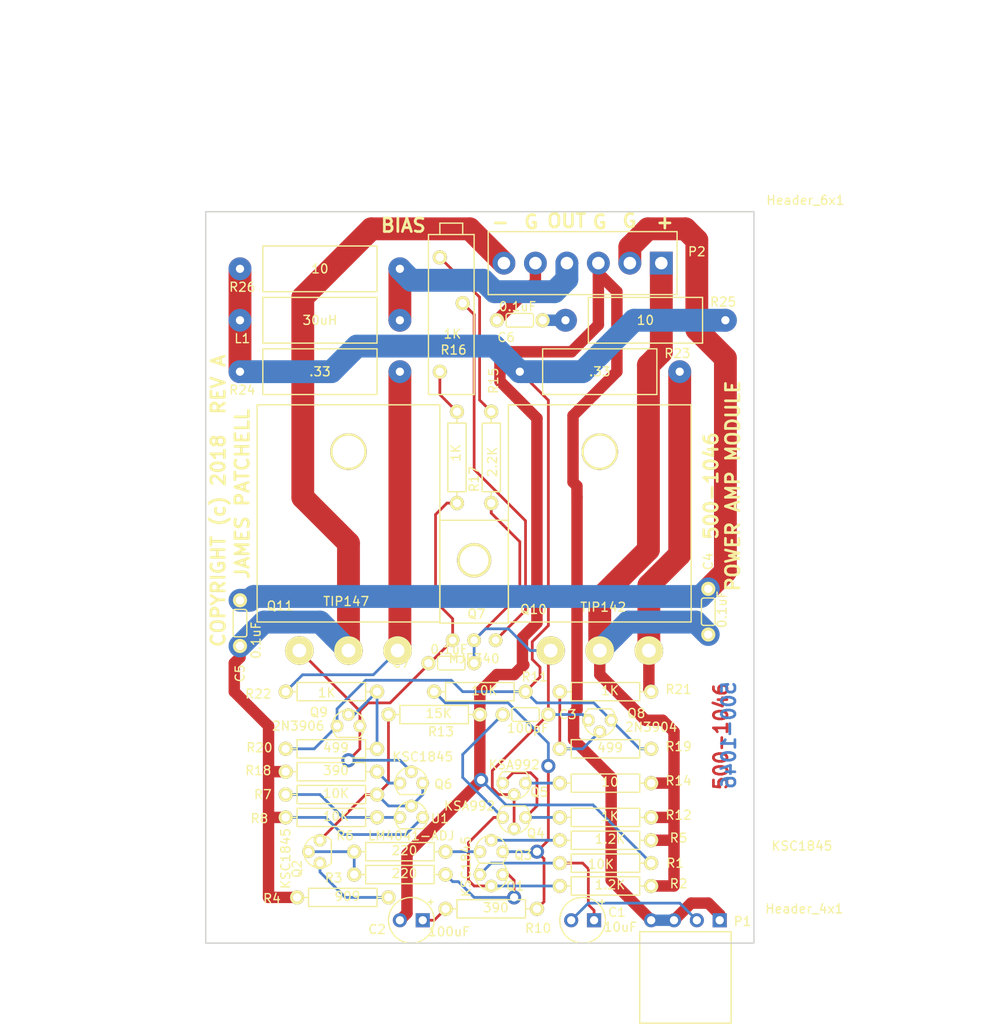
<source format=kicad_pcb>
(kicad_pcb (version 20171130) (host pcbnew "(5.0.0)")

  (general
    (thickness 1.6)
    (drawings 30)
    (tracks 278)
    (zones 0)
    (modules 47)
    (nets 33)
  )

  (page A)
  (layers
    (0 F.Cu signal)
    (31 B.Cu signal)
    (32 B.Adhes user)
    (33 F.Adhes user)
    (34 B.Paste user)
    (35 F.Paste user)
    (36 B.SilkS user)
    (37 F.SilkS user)
    (38 B.Mask user)
    (39 F.Mask user)
    (40 Dwgs.User user)
    (41 Cmts.User user)
    (42 Eco1.User user)
    (43 Eco2.User user)
    (44 Edge.Cuts user)
    (45 Margin user)
    (46 B.CrtYd user)
    (47 F.CrtYd user)
    (48 B.Fab user)
    (49 F.Fab user)
  )

  (setup
    (last_trace_width 0.3048)
    (user_trace_width 0.3048)
    (user_trace_width 0.381)
    (user_trace_width 0.508)
    (user_trace_width 0.762)
    (user_trace_width 1.27)
    (user_trace_width 1.905)
    (user_trace_width 2.54)
    (user_trace_width 3.81)
    (trace_clearance 0.3048)
    (zone_clearance 0.508)
    (zone_45_only no)
    (trace_min 0.2)
    (segment_width 0.2)
    (edge_width 0.15)
    (via_size 1.5748)
    (via_drill 0.9144)
    (via_min_size 0.4)
    (via_min_drill 0.3)
    (uvia_size 0.3)
    (uvia_drill 0.1)
    (uvias_allowed no)
    (uvia_min_size 0.2)
    (uvia_min_drill 0.1)
    (pcb_text_width 0.3)
    (pcb_text_size 1.5 1.5)
    (mod_edge_width 0.15)
    (mod_text_size 1 1)
    (mod_text_width 0.15)
    (pad_size 1.524 1.524)
    (pad_drill 0.762)
    (pad_to_mask_clearance 0.2)
    (aux_axis_origin 0 0)
    (visible_elements 7FFFEFFF)
    (pcbplotparams
      (layerselection 0x010e0_80000001)
      (usegerberextensions true)
      (usegerberattributes false)
      (usegerberadvancedattributes false)
      (creategerberjobfile false)
      (excludeedgelayer true)
      (linewidth 0.100000)
      (plotframeref false)
      (viasonmask false)
      (mode 1)
      (useauxorigin false)
      (hpglpennumber 1)
      (hpglpenspeed 20)
      (hpglpendiameter 15.000000)
      (psnegative false)
      (psa4output false)
      (plotreference true)
      (plotvalue true)
      (plotinvisibletext false)
      (padsonsilk false)
      (subtractmaskfromsilk false)
      (outputformat 1)
      (mirror false)
      (drillshape 0)
      (scaleselection 1)
      (outputdirectory "CAMFILES/"))
  )

  (net 0 "")
  (net 1 "Net-(C1-Pad1)")
  (net 2 GND)
  (net 3 "Net-(C2-Pad1)")
  (net 4 "Net-(C3-Pad1)")
  (net 5 "Net-(C3-Pad2)")
  (net 6 /V+)
  (net 7 /GND_DIRTY)
  (net 8 /V-)
  (net 9 "Net-(C6-Pad1)")
  (net 10 /GND_H)
  (net 11 "Net-(L1-Pad1)")
  (net 12 /OUT)
  (net 13 "Net-(Q1-Pad1)")
  (net 14 "Net-(Q2-Pad1)")
  (net 15 "Net-(Q2-Pad2)")
  (net 16 "Net-(Q2-Pad3)")
  (net 17 "Net-(Q3-Pad1)")
  (net 18 "Net-(Q3-Pad2)")
  (net 19 "Net-(Q3-Pad3)")
  (net 20 "Net-(Q4-Pad1)")
  (net 21 "Net-(Q5-Pad1)")
  (net 22 "Net-(Q6-Pad1)")
  (net 23 "Net-(Q7-Pad3)")
  (net 24 "Net-(Q8-Pad2)")
  (net 25 "Net-(Q9-Pad2)")
  (net 26 "Net-(Q10-Pad3)")
  (net 27 "Net-(Q11-Pad3)")
  (net 28 "Net-(R7-Pad2)")
  (net 29 "Net-(R15-Pad2)")
  (net 30 "Net-(R16-Pad3)")
  (net 31 "Net-(C1-Pad2)")
  (net 32 "Net-(C7-Pad2)")

  (net_class Default "This is the default net class."
    (clearance 0.3048)
    (trace_width 0.3048)
    (via_dia 1.5748)
    (via_drill 0.9144)
    (uvia_dia 0.3)
    (uvia_drill 0.1)
    (add_net "Net-(C1-Pad1)")
    (add_net "Net-(C1-Pad2)")
    (add_net "Net-(C2-Pad1)")
    (add_net "Net-(C3-Pad1)")
    (add_net "Net-(C3-Pad2)")
    (add_net "Net-(C6-Pad1)")
    (add_net "Net-(C7-Pad2)")
    (add_net "Net-(L1-Pad1)")
    (add_net "Net-(Q1-Pad1)")
    (add_net "Net-(Q10-Pad3)")
    (add_net "Net-(Q11-Pad3)")
    (add_net "Net-(Q2-Pad1)")
    (add_net "Net-(Q2-Pad2)")
    (add_net "Net-(Q2-Pad3)")
    (add_net "Net-(Q3-Pad1)")
    (add_net "Net-(Q3-Pad2)")
    (add_net "Net-(Q3-Pad3)")
    (add_net "Net-(Q4-Pad1)")
    (add_net "Net-(Q5-Pad1)")
    (add_net "Net-(Q6-Pad1)")
    (add_net "Net-(Q7-Pad3)")
    (add_net "Net-(Q8-Pad2)")
    (add_net "Net-(Q9-Pad2)")
    (add_net "Net-(R15-Pad2)")
    (add_net "Net-(R16-Pad3)")
    (add_net "Net-(R7-Pad2)")
  )

  (net_class POWER ""
    (clearance 0.3048)
    (trace_width 1.27)
    (via_dia 1.5748)
    (via_drill 0.9144)
    (uvia_dia 0.3)
    (uvia_drill 0.1)
    (add_net /GND_DIRTY)
    (add_net /GND_H)
    (add_net /OUT)
    (add_net /V+)
    (add_net /V-)
    (add_net GND)
  )

  (module FootPrints:Cap-Pol-Rad-0.2_0.1 (layer F.Cu) (tedit 5A8350FD) (tstamp 5A828CFE)
    (at 196.85 157.48)
    (path /5A825E4C)
    (fp_text reference C1 (at 3.81 -0.889) (layer F.SilkS)
      (effects (font (size 1 1) (thickness 0.15)))
    )
    (fp_text value 10uF (at 4.191 0.762) (layer F.SilkS)
      (effects (font (size 1 1) (thickness 0.15)))
    )
    (fp_line (start 2.413 -2.032) (end 1.905 -2.032) (layer F.SilkS) (width 0.15))
    (fp_line (start 2.159 -2.286) (end 2.159 -1.778) (layer F.SilkS) (width 0.15))
    (fp_circle (center 0 0) (end 2.54 0) (layer F.SilkS) (width 0.15))
    (pad 2 thru_hole circle (at -1.27 0) (size 1.5748 1.5748) (drill 0.9144) (layers *.Cu *.Mask)
      (net 31 "Net-(C1-Pad2)"))
    (pad 1 thru_hole rect (at 1.27 0) (size 1.5748 1.5748) (drill 0.9144) (layers *.Cu *.Mask)
      (net 1 "Net-(C1-Pad1)"))
  )

  (module FootPrints:Cap-Pol-Rad-0.2_0.1 (layer F.Cu) (tedit 5A8350DA) (tstamp 5A828D04)
    (at 177.8 157.48)
    (path /5A825C91)
    (fp_text reference C2 (at -3.81 1.016) (layer F.SilkS)
      (effects (font (size 1 1) (thickness 0.15)))
    )
    (fp_text value 100uF (at 4.191 1.27) (layer F.SilkS)
      (effects (font (size 1 1) (thickness 0.15)))
    )
    (fp_line (start 2.413 -2.032) (end 1.905 -2.032) (layer F.SilkS) (width 0.15))
    (fp_line (start 2.159 -2.286) (end 2.159 -1.778) (layer F.SilkS) (width 0.15))
    (fp_circle (center 0 0) (end 2.54 0) (layer F.SilkS) (width 0.15))
    (pad 2 thru_hole circle (at -1.27 0) (size 1.5748 1.5748) (drill 0.9144) (layers *.Cu *.Mask)
      (net 2 GND))
    (pad 1 thru_hole rect (at 1.27 0) (size 1.5748 1.5748) (drill 0.9144) (layers *.Cu *.Mask)
      (net 3 "Net-(C2-Pad1)"))
  )

  (module FootPrints:CAP-GREENIE-0.2 (layer F.Cu) (tedit 56E50A14) (tstamp 5A828D0A)
    (at 190.5 134.62)
    (path /5A8287FE)
    (fp_text reference C3 (at 4.699 0) (layer F.SilkS)
      (effects (font (size 1 1) (thickness 0.15)))
    )
    (fp_text value 100pF (at 0.254 1.524) (layer F.SilkS)
      (effects (font (size 1 1) (thickness 0.15)))
    )
    (fp_arc (start 1.27 0.508) (end 1.524 0.508) (angle 90) (layer F.SilkS) (width 0.15))
    (fp_arc (start -1.27 0.508) (end -1.27 0.762) (angle 90) (layer F.SilkS) (width 0.15))
    (fp_arc (start -1.27 -0.508) (end -1.524 -0.508) (angle 90) (layer F.SilkS) (width 0.15))
    (fp_arc (start 1.27 -0.508) (end 1.27 -0.762) (angle 90) (layer F.SilkS) (width 0.15))
    (fp_line (start 1.27 -0.762) (end -1.27 -0.762) (layer F.SilkS) (width 0.15))
    (fp_line (start -1.27 0.762) (end 1.27 0.762) (layer F.SilkS) (width 0.15))
    (fp_line (start -1.524 -0.508) (end -1.524 0.508) (layer F.SilkS) (width 0.15))
    (fp_line (start 1.524 0) (end 1.524 0.508) (layer F.SilkS) (width 0.15))
    (fp_line (start 1.524 0) (end 1.524 -0.508) (layer F.SilkS) (width 0.15))
    (pad 1 thru_hole circle (at -2.54 0) (size 1.5748 1.5748) (drill 0.9144) (layers *.Cu *.Mask F.SilkS)
      (net 4 "Net-(C3-Pad1)"))
    (pad 2 thru_hole circle (at 2.54 0) (size 1.5748 1.5748) (drill 0.9144) (layers *.Cu *.Mask F.SilkS)
      (net 5 "Net-(C3-Pad2)"))
  )

  (module FootPrints:CAP-GREENIE-0.2 (layer F.Cu) (tedit 56E50A14) (tstamp 5A828D10)
    (at 210.82 123.19 90)
    (path /5A826391)
    (fp_text reference C4 (at 5.588 0 90) (layer F.SilkS)
      (effects (font (size 1 1) (thickness 0.15)))
    )
    (fp_text value 0.1uF (at 0.254 1.524 90) (layer F.SilkS)
      (effects (font (size 1 1) (thickness 0.15)))
    )
    (fp_arc (start 1.27 0.508) (end 1.524 0.508) (angle 90) (layer F.SilkS) (width 0.15))
    (fp_arc (start -1.27 0.508) (end -1.27 0.762) (angle 90) (layer F.SilkS) (width 0.15))
    (fp_arc (start -1.27 -0.508) (end -1.524 -0.508) (angle 90) (layer F.SilkS) (width 0.15))
    (fp_arc (start 1.27 -0.508) (end 1.27 -0.762) (angle 90) (layer F.SilkS) (width 0.15))
    (fp_line (start 1.27 -0.762) (end -1.27 -0.762) (layer F.SilkS) (width 0.15))
    (fp_line (start -1.27 0.762) (end 1.27 0.762) (layer F.SilkS) (width 0.15))
    (fp_line (start -1.524 -0.508) (end -1.524 0.508) (layer F.SilkS) (width 0.15))
    (fp_line (start 1.524 0) (end 1.524 0.508) (layer F.SilkS) (width 0.15))
    (fp_line (start 1.524 0) (end 1.524 -0.508) (layer F.SilkS) (width 0.15))
    (pad 1 thru_hole circle (at -2.54 0 90) (size 1.5748 1.5748) (drill 0.9144) (layers *.Cu *.Mask F.SilkS)
      (net 6 /V+))
    (pad 2 thru_hole circle (at 2.54 0 90) (size 1.5748 1.5748) (drill 0.9144) (layers *.Cu *.Mask F.SilkS)
      (net 7 /GND_DIRTY))
  )

  (module FootPrints:CAP-GREENIE-0.2 (layer F.Cu) (tedit 56E50A14) (tstamp 5A828D16)
    (at 158.75 124.46 270)
    (path /5A8265B8)
    (fp_text reference C5 (at 5.588 0 270) (layer F.SilkS)
      (effects (font (size 1 1) (thickness 0.15)))
    )
    (fp_text value 0.1uF (at 1.905 -1.778 270) (layer F.SilkS)
      (effects (font (size 1 1) (thickness 0.15)))
    )
    (fp_arc (start 1.27 0.508) (end 1.524 0.508) (angle 90) (layer F.SilkS) (width 0.15))
    (fp_arc (start -1.27 0.508) (end -1.27 0.762) (angle 90) (layer F.SilkS) (width 0.15))
    (fp_arc (start -1.27 -0.508) (end -1.524 -0.508) (angle 90) (layer F.SilkS) (width 0.15))
    (fp_arc (start 1.27 -0.508) (end 1.27 -0.762) (angle 90) (layer F.SilkS) (width 0.15))
    (fp_line (start 1.27 -0.762) (end -1.27 -0.762) (layer F.SilkS) (width 0.15))
    (fp_line (start -1.27 0.762) (end 1.27 0.762) (layer F.SilkS) (width 0.15))
    (fp_line (start -1.524 -0.508) (end -1.524 0.508) (layer F.SilkS) (width 0.15))
    (fp_line (start 1.524 0) (end 1.524 0.508) (layer F.SilkS) (width 0.15))
    (fp_line (start 1.524 0) (end 1.524 -0.508) (layer F.SilkS) (width 0.15))
    (pad 1 thru_hole circle (at -2.54 0 270) (size 1.5748 1.5748) (drill 0.9144) (layers *.Cu *.Mask F.SilkS)
      (net 7 /GND_DIRTY))
    (pad 2 thru_hole circle (at 2.54 0 270) (size 1.5748 1.5748) (drill 0.9144) (layers *.Cu *.Mask F.SilkS)
      (net 8 /V-))
  )

  (module FootPrints:CAP-GREENIE-0.2 (layer F.Cu) (tedit 5A834FF1) (tstamp 5A828D1C)
    (at 189.865 90.805 180)
    (path /5A82830B)
    (fp_text reference C6 (at 1.524 -1.905 180) (layer F.SilkS)
      (effects (font (size 1 1) (thickness 0.15)))
    )
    (fp_text value 0.1uF (at 0.254 1.524 180) (layer F.SilkS)
      (effects (font (size 1 1) (thickness 0.15)))
    )
    (fp_arc (start 1.27 0.508) (end 1.524 0.508) (angle 90) (layer F.SilkS) (width 0.15))
    (fp_arc (start -1.27 0.508) (end -1.27 0.762) (angle 90) (layer F.SilkS) (width 0.15))
    (fp_arc (start -1.27 -0.508) (end -1.524 -0.508) (angle 90) (layer F.SilkS) (width 0.15))
    (fp_arc (start 1.27 -0.508) (end 1.27 -0.762) (angle 90) (layer F.SilkS) (width 0.15))
    (fp_line (start 1.27 -0.762) (end -1.27 -0.762) (layer F.SilkS) (width 0.15))
    (fp_line (start -1.27 0.762) (end 1.27 0.762) (layer F.SilkS) (width 0.15))
    (fp_line (start -1.524 -0.508) (end -1.524 0.508) (layer F.SilkS) (width 0.15))
    (fp_line (start 1.524 0) (end 1.524 0.508) (layer F.SilkS) (width 0.15))
    (fp_line (start 1.524 0) (end 1.524 -0.508) (layer F.SilkS) (width 0.15))
    (pad 1 thru_hole circle (at -2.54 0 180) (size 1.5748 1.5748) (drill 0.9144) (layers *.Cu *.Mask F.SilkS)
      (net 9 "Net-(C6-Pad1)"))
    (pad 2 thru_hole circle (at 2.54 0 180) (size 1.5748 1.5748) (drill 0.9144) (layers *.Cu *.Mask F.SilkS)
      (net 10 /GND_H))
  )

  (module FootPrints:AXIAL0.7X0.2 (layer F.Cu) (tedit 58DD64B1) (tstamp 5A828D22)
    (at 167.64 90.805)
    (path /5A824445)
    (fp_text reference L1 (at -8.636 2.032) (layer F.SilkS)
      (effects (font (size 1 1) (thickness 0.15)))
    )
    (fp_text value 30uH (at 0 0) (layer F.SilkS)
      (effects (font (size 1 1) (thickness 0.15)))
    )
    (fp_line (start -6.35 -2.54) (end -6.35 2.54) (layer F.SilkS) (width 0.15))
    (fp_line (start -6.35 2.54) (end 6.35 2.54) (layer F.SilkS) (width 0.15))
    (fp_line (start 6.35 2.54) (end 6.35 -2.54) (layer F.SilkS) (width 0.15))
    (fp_line (start 6.35 -2.54) (end -6.35 -2.54) (layer F.SilkS) (width 0.15))
    (pad 1 thru_hole circle (at -8.89 0) (size 2.54 2.54) (drill 0.9144) (layers *.Cu *.Mask)
      (net 11 "Net-(L1-Pad1)"))
    (pad 2 thru_hole circle (at 8.89 0) (size 2.54 2.54) (drill 0.9144) (layers *.Cu *.Mask)
      (net 12 /OUT))
  )

  (module FootPrints:TO92 (layer F.Cu) (tedit 5A8350E2) (tstamp 5A828D29)
    (at 186.69 152.4 180)
    (path /5A8247B0)
    (fp_text reference Q1 (at -2.667 -1.27 180) (layer F.SilkS)
      (effects (font (size 1 1) (thickness 0.15)))
    )
    (fp_text value KSC1845 (at -34.544 3.175 180) (layer F.SilkS)
      (effects (font (size 1 1) (thickness 0.15)))
    )
    (fp_arc (start 0 0) (end -1.27 1.27) (angle 90) (layer F.SilkS) (width 0.15))
    (fp_arc (start 0 0) (end -1.27 -1.27) (angle 90) (layer F.SilkS) (width 0.15))
    (fp_arc (start 0 0) (end 1.27 -1.27) (angle 90) (layer F.SilkS) (width 0.15))
    (fp_line (start -1.27 1.27) (end 1.27 1.27) (layer F.SilkS) (width 0.15))
    (pad 1 thru_hole circle (at -1.27 0 180) (size 1.397 1.397) (drill 0.8128) (layers *.Cu *.Mask F.SilkS)
      (net 13 "Net-(Q1-Pad1)"))
    (pad 2 thru_hole circle (at 0 -1.27 180) (size 1.397 1.397) (drill 0.8128) (layers *.Cu *.Mask F.SilkS)
      (net 4 "Net-(C3-Pad1)"))
    (pad 3 thru_hole circle (at 1.27 0 180) (size 1.397 1.397) (drill 0.8128) (layers *.Cu *.Mask F.SilkS)
      (net 1 "Net-(C1-Pad1)"))
  )

  (module FootPrints:TO92 (layer F.Cu) (tedit 5A8350A9) (tstamp 5A828D30)
    (at 167.64 149.86 90)
    (path /5A824F51)
    (fp_text reference Q2 (at -1.905 -2.54 90) (layer F.SilkS)
      (effects (font (size 1 1) (thickness 0.15)))
    )
    (fp_text value KSC1845 (at -0.762 -3.81 90) (layer F.SilkS)
      (effects (font (size 1 1) (thickness 0.15)))
    )
    (fp_arc (start 0 0) (end -1.27 1.27) (angle 90) (layer F.SilkS) (width 0.15))
    (fp_arc (start 0 0) (end -1.27 -1.27) (angle 90) (layer F.SilkS) (width 0.15))
    (fp_arc (start 0 0) (end 1.27 -1.27) (angle 90) (layer F.SilkS) (width 0.15))
    (fp_line (start -1.27 1.27) (end 1.27 1.27) (layer F.SilkS) (width 0.15))
    (pad 1 thru_hole circle (at -1.27 0 90) (size 1.397 1.397) (drill 0.8128) (layers *.Cu *.Mask F.SilkS)
      (net 14 "Net-(Q2-Pad1)"))
    (pad 2 thru_hole circle (at 0 -1.27 90) (size 1.397 1.397) (drill 0.8128) (layers *.Cu *.Mask F.SilkS)
      (net 15 "Net-(Q2-Pad2)"))
    (pad 3 thru_hole circle (at 1.27 0 90) (size 1.397 1.397) (drill 0.8128) (layers *.Cu *.Mask F.SilkS)
      (net 16 "Net-(Q2-Pad3)"))
  )

  (module FootPrints:TO92 (layer F.Cu) (tedit 5A8350ED) (tstamp 5A828D37)
    (at 186.69 149.86)
    (path /5A82495B)
    (fp_text reference Q3 (at 3.556 0.381) (layer F.SilkS)
      (effects (font (size 1 1) (thickness 0.15)))
    )
    (fp_text value KSC1845 (at -2.794 1.651 90) (layer F.SilkS)
      (effects (font (size 1 1) (thickness 0.15)))
    )
    (fp_arc (start 0 0) (end -1.27 1.27) (angle 90) (layer F.SilkS) (width 0.15))
    (fp_arc (start 0 0) (end -1.27 -1.27) (angle 90) (layer F.SilkS) (width 0.15))
    (fp_arc (start 0 0) (end 1.27 -1.27) (angle 90) (layer F.SilkS) (width 0.15))
    (fp_line (start -1.27 1.27) (end 1.27 1.27) (layer F.SilkS) (width 0.15))
    (pad 1 thru_hole circle (at -1.27 0) (size 1.397 1.397) (drill 0.8128) (layers *.Cu *.Mask F.SilkS)
      (net 17 "Net-(Q3-Pad1)"))
    (pad 2 thru_hole circle (at 0 -1.27) (size 1.397 1.397) (drill 0.8128) (layers *.Cu *.Mask F.SilkS)
      (net 18 "Net-(Q3-Pad2)"))
    (pad 3 thru_hole circle (at 1.27 0) (size 1.397 1.397) (drill 0.8128) (layers *.Cu *.Mask F.SilkS)
      (net 19 "Net-(Q3-Pad3)"))
  )

  (module FootPrints:TO92 (layer F.Cu) (tedit 5A835035) (tstamp 5A828D3E)
    (at 189.23 146.05 180)
    (path /5A8249CD)
    (fp_text reference Q4 (at -2.413 -1.778 180) (layer F.SilkS)
      (effects (font (size 1 1) (thickness 0.15)))
    )
    (fp_text value KSA992 (at 4.953 1.27 180) (layer F.SilkS)
      (effects (font (size 1 1) (thickness 0.15)))
    )
    (fp_arc (start 0 0) (end -1.27 1.27) (angle 90) (layer F.SilkS) (width 0.15))
    (fp_arc (start 0 0) (end -1.27 -1.27) (angle 90) (layer F.SilkS) (width 0.15))
    (fp_arc (start 0 0) (end 1.27 -1.27) (angle 90) (layer F.SilkS) (width 0.15))
    (fp_line (start -1.27 1.27) (end 1.27 1.27) (layer F.SilkS) (width 0.15))
    (pad 1 thru_hole circle (at -1.27 0 180) (size 1.397 1.397) (drill 0.8128) (layers *.Cu *.Mask F.SilkS)
      (net 20 "Net-(Q4-Pad1)"))
    (pad 2 thru_hole circle (at 0 -1.27 180) (size 1.397 1.397) (drill 0.8128) (layers *.Cu *.Mask F.SilkS)
      (net 5 "Net-(C3-Pad2)"))
    (pad 3 thru_hole circle (at 1.27 0 180) (size 1.397 1.397) (drill 0.8128) (layers *.Cu *.Mask F.SilkS)
      (net 4 "Net-(C3-Pad1)"))
  )

  (module FootPrints:TO92 (layer F.Cu) (tedit 5A83502A) (tstamp 5A828D45)
    (at 189.23 142.24 180)
    (path /58EF02D7)
    (fp_text reference Q5 (at -2.794 -1.016 180) (layer F.SilkS)
      (effects (font (size 1 1) (thickness 0.15)))
    )
    (fp_text value KSA992 (at 0 2.04 180) (layer F.SilkS)
      (effects (font (size 1 1) (thickness 0.15)))
    )
    (fp_arc (start 0 0) (end -1.27 1.27) (angle 90) (layer F.SilkS) (width 0.15))
    (fp_arc (start 0 0) (end -1.27 -1.27) (angle 90) (layer F.SilkS) (width 0.15))
    (fp_arc (start 0 0) (end 1.27 -1.27) (angle 90) (layer F.SilkS) (width 0.15))
    (fp_line (start -1.27 1.27) (end 1.27 1.27) (layer F.SilkS) (width 0.15))
    (pad 1 thru_hole circle (at -1.27 0 180) (size 1.397 1.397) (drill 0.8128) (layers *.Cu *.Mask F.SilkS)
      (net 21 "Net-(Q5-Pad1)"))
    (pad 2 thru_hole circle (at 0 -1.27 180) (size 1.397 1.397) (drill 0.8128) (layers *.Cu *.Mask F.SilkS)
      (net 5 "Net-(C3-Pad2)"))
    (pad 3 thru_hole circle (at 1.27 0 180) (size 1.397 1.397) (drill 0.8128) (layers *.Cu *.Mask F.SilkS)
      (net 20 "Net-(Q4-Pad1)"))
  )

  (module FootPrints:TO92 (layer F.Cu) (tedit 5A835091) (tstamp 5A828D4C)
    (at 177.8 142.24)
    (path /58EF0776)
    (fp_text reference Q6 (at 3.556 0.127) (layer F.SilkS)
      (effects (font (size 1 1) (thickness 0.15)))
    )
    (fp_text value KSC1845 (at 1.27 -2.921) (layer F.SilkS)
      (effects (font (size 1 1) (thickness 0.15)))
    )
    (fp_arc (start 0 0) (end -1.27 1.27) (angle 90) (layer F.SilkS) (width 0.15))
    (fp_arc (start 0 0) (end -1.27 -1.27) (angle 90) (layer F.SilkS) (width 0.15))
    (fp_arc (start 0 0) (end 1.27 -1.27) (angle 90) (layer F.SilkS) (width 0.15))
    (fp_line (start -1.27 1.27) (end 1.27 1.27) (layer F.SilkS) (width 0.15))
    (pad 1 thru_hole circle (at -1.27 0) (size 1.397 1.397) (drill 0.8128) (layers *.Cu *.Mask F.SilkS)
      (net 22 "Net-(Q6-Pad1)"))
    (pad 2 thru_hole circle (at 0 -1.27) (size 1.397 1.397) (drill 0.8128) (layers *.Cu *.Mask F.SilkS)
      (net 32 "Net-(C7-Pad2)"))
    (pad 3 thru_hole circle (at 1.27 0) (size 1.397 1.397) (drill 0.8128) (layers *.Cu *.Mask F.SilkS)
      (net 16 "Net-(Q2-Pad3)"))
  )

  (module FootPrints:TO-225 (layer F.Cu) (tedit 5A835015) (tstamp 5A828D54)
    (at 184.785 126.365)
    (path /58EEF79C)
    (fp_text reference Q7 (at 0.254 -2.921) (layer F.SilkS)
      (effects (font (size 1 1) (thickness 0.15)))
    )
    (fp_text value MJE340 (at 0 2.04) (layer F.SilkS)
      (effects (font (size 1 1) (thickness 0.15)))
    )
    (fp_line (start -3.81 -13.335) (end -3.81 -1.905) (layer F.SilkS) (width 0.15))
    (fp_line (start 3.81 -13.335) (end -3.81 -13.335) (layer F.SilkS) (width 0.15))
    (fp_line (start 3.81 -1.905) (end 3.81 -13.335) (layer F.SilkS) (width 0.15))
    (fp_line (start -3.81 -1.905) (end 3.81 -1.905) (layer F.SilkS) (width 0.15))
    (pad 1 thru_hole circle (at -2.3876 0) (size 1.524 1.524) (drill 0.8128) (layers *.Cu *.Mask F.SilkS)
      (net 32 "Net-(C7-Pad2)"))
    (pad 2 thru_hole circle (at 0 0) (size 1.524 1.524) (drill 0.8128) (layers *.Cu *.Mask F.SilkS)
      (net 5 "Net-(C3-Pad2)"))
    (pad 3 thru_hole circle (at 2.3876 0) (size 1.524 1.524) (drill 0.8128) (layers *.Cu *.Mask F.SilkS)
      (net 23 "Net-(Q7-Pad3)"))
    (pad "" thru_hole circle (at 0 -8.89) (size 3.81 3.81) (drill 3.175) (layers *.Cu *.Mask F.SilkS))
  )

  (module FootPrints:TO92 (layer F.Cu) (tedit 5A835120) (tstamp 5A828D5B)
    (at 198.755 135.255 180)
    (path /58EEFADD)
    (fp_text reference Q8 (at -4.064 0.762 180) (layer F.SilkS)
      (effects (font (size 1 1) (thickness 0.15)))
    )
    (fp_text value 2N3904 (at -5.715 -0.762 180) (layer F.SilkS)
      (effects (font (size 1 1) (thickness 0.15)))
    )
    (fp_arc (start 0 0) (end -1.27 1.27) (angle 90) (layer F.SilkS) (width 0.15))
    (fp_arc (start 0 0) (end -1.27 -1.27) (angle 90) (layer F.SilkS) (width 0.15))
    (fp_arc (start 0 0) (end 1.27 -1.27) (angle 90) (layer F.SilkS) (width 0.15))
    (fp_line (start -1.27 1.27) (end 1.27 1.27) (layer F.SilkS) (width 0.15))
    (pad 1 thru_hole circle (at -1.27 0 180) (size 1.397 1.397) (drill 0.8128) (layers *.Cu *.Mask F.SilkS)
      (net 11 "Net-(L1-Pad1)"))
    (pad 2 thru_hole circle (at 0 -1.27 180) (size 1.397 1.397) (drill 0.8128) (layers *.Cu *.Mask F.SilkS)
      (net 24 "Net-(Q8-Pad2)"))
    (pad 3 thru_hole circle (at 1.27 0 180) (size 1.397 1.397) (drill 0.8128) (layers *.Cu *.Mask F.SilkS)
      (net 5 "Net-(C3-Pad2)"))
  )

  (module FootPrints:TO92 (layer F.Cu) (tedit 5A835119) (tstamp 5A828D62)
    (at 170.815 135.89)
    (path /58EEFD02)
    (fp_text reference Q9 (at -3.302 -1.524) (layer F.SilkS)
      (effects (font (size 1 1) (thickness 0.15)))
    )
    (fp_text value 2N3906 (at -5.588 0) (layer F.SilkS)
      (effects (font (size 1 1) (thickness 0.15)))
    )
    (fp_arc (start 0 0) (end -1.27 1.27) (angle 90) (layer F.SilkS) (width 0.15))
    (fp_arc (start 0 0) (end -1.27 -1.27) (angle 90) (layer F.SilkS) (width 0.15))
    (fp_arc (start 0 0) (end 1.27 -1.27) (angle 90) (layer F.SilkS) (width 0.15))
    (fp_line (start -1.27 1.27) (end 1.27 1.27) (layer F.SilkS) (width 0.15))
    (pad 1 thru_hole circle (at -1.27 0) (size 1.397 1.397) (drill 0.8128) (layers *.Cu *.Mask F.SilkS)
      (net 11 "Net-(L1-Pad1)"))
    (pad 2 thru_hole circle (at 0 -1.27) (size 1.397 1.397) (drill 0.8128) (layers *.Cu *.Mask F.SilkS)
      (net 25 "Net-(Q9-Pad2)"))
    (pad 3 thru_hole circle (at 1.27 0) (size 1.397 1.397) (drill 0.8128) (layers *.Cu *.Mask F.SilkS)
      (net 32 "Net-(C7-Pad2)"))
  )

  (module FootPrints:TO-264 (layer F.Cu) (tedit 5A835127) (tstamp 5BAFE16D)
    (at 198.755 105.41)
    (path /58EC54DF)
    (fp_text reference Q10 (at -7.366 17.526) (layer F.SilkS)
      (effects (font (size 1 1) (thickness 0.15)))
    )
    (fp_text value TIP142 (at 0.381 17.272) (layer F.SilkS)
      (effects (font (size 1 1) (thickness 0.15)))
    )
    (fp_line (start -10.16 -5.207) (end -10.16 18.923) (layer F.SilkS) (width 0.15))
    (fp_line (start 10.16 -5.207) (end -10.16 -5.207) (layer F.SilkS) (width 0.15))
    (fp_line (start 10.16 18.923) (end 10.16 -5.207) (layer F.SilkS) (width 0.15))
    (fp_line (start -10.16 18.923) (end 10.16 18.923) (layer F.SilkS) (width 0.15))
    (pad 1 thru_hole circle (at -5.461 22.098) (size 3.175 3.175) (drill 1.524) (layers *.Cu *.Mask F.SilkS)
      (net 5 "Net-(C3-Pad2)"))
    (pad 2 thru_hole circle (at 0 22.098) (size 3.175 3.175) (drill 1.524) (layers *.Cu *.Mask F.SilkS)
      (net 6 /V+))
    (pad 3 thru_hole circle (at 5.461 22.098) (size 3.175 3.175) (drill 1.524) (layers *.Cu *.Mask F.SilkS)
      (net 26 "Net-(Q10-Pad3)"))
    (pad "" thru_hole circle (at 0 0) (size 4.064 4.064) (drill 3.556) (layers *.Cu *.Mask F.SilkS))
  )

  (module FootPrints:TO-264 (layer F.Cu) (tedit 5A834FC8) (tstamp 5A828D72)
    (at 170.815 105.41)
    (path /58EC55A6)
    (fp_text reference Q11 (at -7.62 17.145) (layer F.SilkS)
      (effects (font (size 1 1) (thickness 0.15)))
    )
    (fp_text value TIP147 (at -0.254 16.637) (layer F.SilkS)
      (effects (font (size 1 1) (thickness 0.15)))
    )
    (fp_line (start -10.16 -5.207) (end -10.16 18.923) (layer F.SilkS) (width 0.15))
    (fp_line (start 10.16 -5.207) (end -10.16 -5.207) (layer F.SilkS) (width 0.15))
    (fp_line (start 10.16 18.923) (end 10.16 -5.207) (layer F.SilkS) (width 0.15))
    (fp_line (start -10.16 18.923) (end 10.16 18.923) (layer F.SilkS) (width 0.15))
    (pad 1 thru_hole circle (at -5.461 22.098) (size 3.175 3.175) (drill 1.524) (layers *.Cu *.Mask F.SilkS)
      (net 32 "Net-(C7-Pad2)"))
    (pad 2 thru_hole circle (at 0 22.098) (size 3.175 3.175) (drill 1.524) (layers *.Cu *.Mask F.SilkS)
      (net 8 /V-))
    (pad 3 thru_hole circle (at 5.461 22.098) (size 3.175 3.175) (drill 1.524) (layers *.Cu *.Mask F.SilkS)
      (net 27 "Net-(Q11-Pad3)"))
    (pad "" thru_hole circle (at 0 0) (size 4.064 4.064) (drill 3.556) (layers *.Cu *.Mask F.SilkS))
  )

  (module FootPrints:AXIAL0.4 (layer F.Cu) (tedit 5A8350E8) (tstamp 5A828D78)
    (at 199.39 151.13)
    (path /5A825B30)
    (fp_text reference R1 (at 7.747 0) (layer F.SilkS)
      (effects (font (size 1 1) (thickness 0.15)))
    )
    (fp_text value 10K (at -0.508 0.127) (layer F.SilkS)
      (effects (font (size 1 1) (thickness 0.15)))
    )
    (fp_line (start -3.81 -1.016) (end -3.81 1.016) (layer F.SilkS) (width 0.15))
    (fp_line (start 3.81 -1.016) (end 3.81 1.016) (layer F.SilkS) (width 0.15))
    (fp_line (start -3.81 0) (end -4.318 0) (layer F.SilkS) (width 0.15))
    (fp_line (start 4.445 0) (end 3.81 0) (layer F.SilkS) (width 0.15))
    (fp_line (start -3.81 1.016) (end 3.81 1.016) (layer F.SilkS) (width 0.15))
    (fp_line (start 3.81 -1.016) (end -3.81 -1.016) (layer F.SilkS) (width 0.15))
    (pad 1 thru_hole circle (at -5.08 0) (size 1.5748 1.5748) (drill 0.9144) (layers *.Cu *.Mask F.SilkS)
      (net 1 "Net-(C1-Pad1)"))
    (pad 2 thru_hole circle (at 5.08 0) (size 1.5748 1.5748) (drill 0.9144) (layers *.Cu *.Mask F.SilkS)
      (net 2 GND))
  )

  (module FootPrints:AXIAL0.4 (layer F.Cu) (tedit 56ACF211) (tstamp 5A828D7E)
    (at 199.39 153.67 180)
    (path /5A824B6F)
    (fp_text reference R2 (at -8.128 0.254 180) (layer F.SilkS)
      (effects (font (size 1 1) (thickness 0.15)))
    )
    (fp_text value 1.2K (at -0.508 0.127 180) (layer F.SilkS)
      (effects (font (size 1 1) (thickness 0.15)))
    )
    (fp_line (start -3.81 -1.016) (end -3.81 1.016) (layer F.SilkS) (width 0.15))
    (fp_line (start 3.81 -1.016) (end 3.81 1.016) (layer F.SilkS) (width 0.15))
    (fp_line (start -3.81 0) (end -4.318 0) (layer F.SilkS) (width 0.15))
    (fp_line (start 4.445 0) (end 3.81 0) (layer F.SilkS) (width 0.15))
    (fp_line (start -3.81 1.016) (end 3.81 1.016) (layer F.SilkS) (width 0.15))
    (fp_line (start 3.81 -1.016) (end -3.81 -1.016) (layer F.SilkS) (width 0.15))
    (pad 1 thru_hole circle (at -5.08 0 180) (size 1.5748 1.5748) (drill 0.9144) (layers *.Cu *.Mask F.SilkS)
      (net 6 /V+))
    (pad 2 thru_hole circle (at 5.08 0 180) (size 1.5748 1.5748) (drill 0.9144) (layers *.Cu *.Mask F.SilkS)
      (net 4 "Net-(C3-Pad1)"))
  )

  (module FootPrints:AXIAL0.4 (layer F.Cu) (tedit 5A8350C8) (tstamp 5A828D84)
    (at 176.53 152.4 180)
    (path /5A825209)
    (fp_text reference R3 (at 7.366 -0.381 180) (layer F.SilkS)
      (effects (font (size 1 1) (thickness 0.15)))
    )
    (fp_text value 220 (at -0.508 0.127 180) (layer F.SilkS)
      (effects (font (size 1 1) (thickness 0.15)))
    )
    (fp_line (start -3.81 -1.016) (end -3.81 1.016) (layer F.SilkS) (width 0.15))
    (fp_line (start 3.81 -1.016) (end 3.81 1.016) (layer F.SilkS) (width 0.15))
    (fp_line (start -3.81 0) (end -4.318 0) (layer F.SilkS) (width 0.15))
    (fp_line (start 4.445 0) (end 3.81 0) (layer F.SilkS) (width 0.15))
    (fp_line (start -3.81 1.016) (end 3.81 1.016) (layer F.SilkS) (width 0.15))
    (fp_line (start 3.81 -1.016) (end -3.81 -1.016) (layer F.SilkS) (width 0.15))
    (pad 1 thru_hole circle (at -5.08 0 180) (size 1.5748 1.5748) (drill 0.9144) (layers *.Cu *.Mask F.SilkS)
      (net 13 "Net-(Q1-Pad1)"))
    (pad 2 thru_hole circle (at 5.08 0 180) (size 1.5748 1.5748) (drill 0.9144) (layers *.Cu *.Mask F.SilkS)
      (net 15 "Net-(Q2-Pad2)"))
  )

  (module FootPrints:AXIAL0.4 (layer F.Cu) (tedit 5A8350D1) (tstamp 5A828D8A)
    (at 170.18 154.94 180)
    (path /5A825454)
    (fp_text reference R4 (at 7.874 -0.127 180) (layer F.SilkS)
      (effects (font (size 1 1) (thickness 0.15)))
    )
    (fp_text value 909 (at -0.508 0.127 180) (layer F.SilkS)
      (effects (font (size 1 1) (thickness 0.15)))
    )
    (fp_line (start -3.81 -1.016) (end -3.81 1.016) (layer F.SilkS) (width 0.15))
    (fp_line (start 3.81 -1.016) (end 3.81 1.016) (layer F.SilkS) (width 0.15))
    (fp_line (start -3.81 0) (end -4.318 0) (layer F.SilkS) (width 0.15))
    (fp_line (start 4.445 0) (end 3.81 0) (layer F.SilkS) (width 0.15))
    (fp_line (start -3.81 1.016) (end 3.81 1.016) (layer F.SilkS) (width 0.15))
    (fp_line (start 3.81 -1.016) (end -3.81 -1.016) (layer F.SilkS) (width 0.15))
    (pad 1 thru_hole circle (at -5.08 0 180) (size 1.5748 1.5748) (drill 0.9144) (layers *.Cu *.Mask F.SilkS)
      (net 14 "Net-(Q2-Pad1)"))
    (pad 2 thru_hole circle (at 5.08 0 180) (size 1.5748 1.5748) (drill 0.9144) (layers *.Cu *.Mask F.SilkS)
      (net 8 /V-))
  )

  (module FootPrints:AXIAL0.4 (layer F.Cu) (tedit 56ACF211) (tstamp 5A828D90)
    (at 199.39 148.59 180)
    (path /5A824AF2)
    (fp_text reference R5 (at -8.128 0.254 180) (layer F.SilkS)
      (effects (font (size 1 1) (thickness 0.15)))
    )
    (fp_text value 1.2K (at -0.508 0.127 180) (layer F.SilkS)
      (effects (font (size 1 1) (thickness 0.15)))
    )
    (fp_line (start -3.81 -1.016) (end -3.81 1.016) (layer F.SilkS) (width 0.15))
    (fp_line (start 3.81 -1.016) (end 3.81 1.016) (layer F.SilkS) (width 0.15))
    (fp_line (start -3.81 0) (end -4.318 0) (layer F.SilkS) (width 0.15))
    (fp_line (start 4.445 0) (end 3.81 0) (layer F.SilkS) (width 0.15))
    (fp_line (start -3.81 1.016) (end 3.81 1.016) (layer F.SilkS) (width 0.15))
    (fp_line (start 3.81 -1.016) (end -3.81 -1.016) (layer F.SilkS) (width 0.15))
    (pad 1 thru_hole circle (at -5.08 0 180) (size 1.5748 1.5748) (drill 0.9144) (layers *.Cu *.Mask F.SilkS)
      (net 6 /V+))
    (pad 2 thru_hole circle (at 5.08 0 180) (size 1.5748 1.5748) (drill 0.9144) (layers *.Cu *.Mask F.SilkS)
      (net 18 "Net-(Q3-Pad2)"))
  )

  (module FootPrints:AXIAL0.4 (layer F.Cu) (tedit 5A8350BB) (tstamp 5A828D96)
    (at 176.53 149.86 180)
    (path /5A8252B9)
    (fp_text reference R6 (at 6.096 1.778 180) (layer F.SilkS)
      (effects (font (size 1 1) (thickness 0.15)))
    )
    (fp_text value 220 (at -0.508 0.127 180) (layer F.SilkS)
      (effects (font (size 1 1) (thickness 0.15)))
    )
    (fp_line (start -3.81 -1.016) (end -3.81 1.016) (layer F.SilkS) (width 0.15))
    (fp_line (start 3.81 -1.016) (end 3.81 1.016) (layer F.SilkS) (width 0.15))
    (fp_line (start -3.81 0) (end -4.318 0) (layer F.SilkS) (width 0.15))
    (fp_line (start 4.445 0) (end 3.81 0) (layer F.SilkS) (width 0.15))
    (fp_line (start -3.81 1.016) (end 3.81 1.016) (layer F.SilkS) (width 0.15))
    (fp_line (start 3.81 -1.016) (end -3.81 -1.016) (layer F.SilkS) (width 0.15))
    (pad 1 thru_hole circle (at -5.08 0 180) (size 1.5748 1.5748) (drill 0.9144) (layers *.Cu *.Mask F.SilkS)
      (net 17 "Net-(Q3-Pad1)"))
    (pad 2 thru_hole circle (at 5.08 0 180) (size 1.5748 1.5748) (drill 0.9144) (layers *.Cu *.Mask F.SilkS)
      (net 15 "Net-(Q2-Pad2)"))
  )

  (module FootPrints:AXIAL0.4 (layer F.Cu) (tedit 5A835077) (tstamp 5A828D9C)
    (at 168.91 143.51 180)
    (path /5A82763B)
    (fp_text reference R7 (at 7.62 0 180) (layer F.SilkS)
      (effects (font (size 1 1) (thickness 0.15)))
    )
    (fp_text value 10K (at -0.508 0.127 180) (layer F.SilkS)
      (effects (font (size 1 1) (thickness 0.15)))
    )
    (fp_line (start -3.81 -1.016) (end -3.81 1.016) (layer F.SilkS) (width 0.15))
    (fp_line (start 3.81 -1.016) (end 3.81 1.016) (layer F.SilkS) (width 0.15))
    (fp_line (start -3.81 0) (end -4.318 0) (layer F.SilkS) (width 0.15))
    (fp_line (start 4.445 0) (end 3.81 0) (layer F.SilkS) (width 0.15))
    (fp_line (start -3.81 1.016) (end 3.81 1.016) (layer F.SilkS) (width 0.15))
    (fp_line (start 3.81 -1.016) (end -3.81 -1.016) (layer F.SilkS) (width 0.15))
    (pad 1 thru_hole circle (at -5.08 0 180) (size 1.5748 1.5748) (drill 0.9144) (layers *.Cu *.Mask F.SilkS)
      (net 16 "Net-(Q2-Pad3)"))
    (pad 2 thru_hole circle (at 5.08 0 180) (size 1.5748 1.5748) (drill 0.9144) (layers *.Cu *.Mask F.SilkS)
      (net 28 "Net-(R7-Pad2)"))
  )

  (module FootPrints:AXIAL0.4 (layer F.Cu) (tedit 5A83509F) (tstamp 5A828DA2)
    (at 168.91 146.05 180)
    (path /5A827584)
    (fp_text reference R8 (at 8.001 -0.127 180) (layer F.SilkS)
      (effects (font (size 1 1) (thickness 0.15)))
    )
    (fp_text value 10K (at -0.508 0.127 180) (layer F.SilkS)
      (effects (font (size 1 1) (thickness 0.15)))
    )
    (fp_line (start -3.81 -1.016) (end -3.81 1.016) (layer F.SilkS) (width 0.15))
    (fp_line (start 3.81 -1.016) (end 3.81 1.016) (layer F.SilkS) (width 0.15))
    (fp_line (start -3.81 0) (end -4.318 0) (layer F.SilkS) (width 0.15))
    (fp_line (start 4.445 0) (end 3.81 0) (layer F.SilkS) (width 0.15))
    (fp_line (start -3.81 1.016) (end 3.81 1.016) (layer F.SilkS) (width 0.15))
    (fp_line (start 3.81 -1.016) (end -3.81 -1.016) (layer F.SilkS) (width 0.15))
    (pad 1 thru_hole circle (at -5.08 0 180) (size 1.5748 1.5748) (drill 0.9144) (layers *.Cu *.Mask F.SilkS)
      (net 28 "Net-(R7-Pad2)"))
    (pad 2 thru_hole circle (at 5.08 0 180) (size 1.5748 1.5748) (drill 0.9144) (layers *.Cu *.Mask F.SilkS)
      (net 8 /V-))
  )

  (module FootPrints:AXIAL0.4 (layer F.Cu) (tedit 5A8350F2) (tstamp 5A828DAE)
    (at 186.69 156.21 180)
    (path /5A8258BB)
    (fp_text reference R10 (at -5.207 -2.159 180) (layer F.SilkS)
      (effects (font (size 1 1) (thickness 0.15)))
    )
    (fp_text value 390 (at -0.508 0.127 180) (layer F.SilkS)
      (effects (font (size 1 1) (thickness 0.15)))
    )
    (fp_line (start -3.81 -1.016) (end -3.81 1.016) (layer F.SilkS) (width 0.15))
    (fp_line (start 3.81 -1.016) (end 3.81 1.016) (layer F.SilkS) (width 0.15))
    (fp_line (start -3.81 0) (end -4.318 0) (layer F.SilkS) (width 0.15))
    (fp_line (start 4.445 0) (end 3.81 0) (layer F.SilkS) (width 0.15))
    (fp_line (start -3.81 1.016) (end 3.81 1.016) (layer F.SilkS) (width 0.15))
    (fp_line (start 3.81 -1.016) (end -3.81 -1.016) (layer F.SilkS) (width 0.15))
    (pad 1 thru_hole circle (at -5.08 0 180) (size 1.5748 1.5748) (drill 0.9144) (layers *.Cu *.Mask F.SilkS)
      (net 19 "Net-(Q3-Pad3)"))
    (pad 2 thru_hole circle (at 5.08 0 180) (size 1.5748 1.5748) (drill 0.9144) (layers *.Cu *.Mask F.SilkS)
      (net 3 "Net-(C2-Pad1)"))
  )

  (module FootPrints:AXIAL0.4 (layer F.Cu) (tedit 5A835132) (tstamp 5A828DB4)
    (at 185.42 132.08 180)
    (path /5A82594E)
    (fp_text reference R11 (at -6.096 1.651 180) (layer F.SilkS)
      (effects (font (size 1 1) (thickness 0.15)))
    )
    (fp_text value 10K (at -0.508 0.127 180) (layer F.SilkS)
      (effects (font (size 1 1) (thickness 0.15)))
    )
    (fp_line (start -3.81 -1.016) (end -3.81 1.016) (layer F.SilkS) (width 0.15))
    (fp_line (start 3.81 -1.016) (end 3.81 1.016) (layer F.SilkS) (width 0.15))
    (fp_line (start -3.81 0) (end -4.318 0) (layer F.SilkS) (width 0.15))
    (fp_line (start 4.445 0) (end 3.81 0) (layer F.SilkS) (width 0.15))
    (fp_line (start -3.81 1.016) (end 3.81 1.016) (layer F.SilkS) (width 0.15))
    (fp_line (start 3.81 -1.016) (end -3.81 -1.016) (layer F.SilkS) (width 0.15))
    (pad 1 thru_hole circle (at -5.08 0 180) (size 1.5748 1.5748) (drill 0.9144) (layers *.Cu *.Mask F.SilkS)
      (net 11 "Net-(L1-Pad1)"))
    (pad 2 thru_hole circle (at 5.08 0 180) (size 1.5748 1.5748) (drill 0.9144) (layers *.Cu *.Mask F.SilkS)
      (net 19 "Net-(Q3-Pad3)"))
  )

  (module FootPrints:AXIAL0.4 (layer F.Cu) (tedit 56ACF211) (tstamp 5A828DBA)
    (at 199.39 146.05 180)
    (path /5A824A86)
    (fp_text reference R12 (at -8.128 0.254 180) (layer F.SilkS)
      (effects (font (size 1 1) (thickness 0.15)))
    )
    (fp_text value 1K (at -0.508 0.127 180) (layer F.SilkS)
      (effects (font (size 1 1) (thickness 0.15)))
    )
    (fp_line (start -3.81 -1.016) (end -3.81 1.016) (layer F.SilkS) (width 0.15))
    (fp_line (start 3.81 -1.016) (end 3.81 1.016) (layer F.SilkS) (width 0.15))
    (fp_line (start -3.81 0) (end -4.318 0) (layer F.SilkS) (width 0.15))
    (fp_line (start 4.445 0) (end 3.81 0) (layer F.SilkS) (width 0.15))
    (fp_line (start -3.81 1.016) (end 3.81 1.016) (layer F.SilkS) (width 0.15))
    (fp_line (start 3.81 -1.016) (end -3.81 -1.016) (layer F.SilkS) (width 0.15))
    (pad 1 thru_hole circle (at -5.08 0 180) (size 1.5748 1.5748) (drill 0.9144) (layers *.Cu *.Mask F.SilkS)
      (net 6 /V+))
    (pad 2 thru_hole circle (at 5.08 0 180) (size 1.5748 1.5748) (drill 0.9144) (layers *.Cu *.Mask F.SilkS)
      (net 20 "Net-(Q4-Pad1)"))
  )

  (module FootPrints:AXIAL0.4 (layer F.Cu) (tedit 56ACF211) (tstamp 5A828DC0)
    (at 180.34 134.62 180)
    (path /5A827B82)
    (fp_text reference R13 (at -0.762 -1.905 180) (layer F.SilkS)
      (effects (font (size 1 1) (thickness 0.15)))
    )
    (fp_text value 15K (at -0.508 0.127 180) (layer F.SilkS)
      (effects (font (size 1 1) (thickness 0.15)))
    )
    (fp_line (start -3.81 -1.016) (end -3.81 1.016) (layer F.SilkS) (width 0.15))
    (fp_line (start 3.81 -1.016) (end 3.81 1.016) (layer F.SilkS) (width 0.15))
    (fp_line (start -3.81 0) (end -4.318 0) (layer F.SilkS) (width 0.15))
    (fp_line (start 4.445 0) (end 3.81 0) (layer F.SilkS) (width 0.15))
    (fp_line (start -3.81 1.016) (end 3.81 1.016) (layer F.SilkS) (width 0.15))
    (fp_line (start 3.81 -1.016) (end -3.81 -1.016) (layer F.SilkS) (width 0.15))
    (pad 1 thru_hole circle (at -5.08 0 180) (size 1.5748 1.5748) (drill 0.9144) (layers *.Cu *.Mask F.SilkS)
      (net 2 GND))
    (pad 2 thru_hole circle (at 5.08 0 180) (size 1.5748 1.5748) (drill 0.9144) (layers *.Cu *.Mask F.SilkS)
      (net 16 "Net-(Q2-Pad3)"))
  )

  (module FootPrints:AXIAL0.4 (layer F.Cu) (tedit 56ACF211) (tstamp 5A828DC6)
    (at 199.39 142.24 180)
    (path /58EF0575)
    (fp_text reference R14 (at -8.128 0.254 180) (layer F.SilkS)
      (effects (font (size 1 1) (thickness 0.15)))
    )
    (fp_text value 10 (at -0.508 0.127 180) (layer F.SilkS)
      (effects (font (size 1 1) (thickness 0.15)))
    )
    (fp_line (start -3.81 -1.016) (end -3.81 1.016) (layer F.SilkS) (width 0.15))
    (fp_line (start 3.81 -1.016) (end 3.81 1.016) (layer F.SilkS) (width 0.15))
    (fp_line (start -3.81 0) (end -4.318 0) (layer F.SilkS) (width 0.15))
    (fp_line (start 4.445 0) (end 3.81 0) (layer F.SilkS) (width 0.15))
    (fp_line (start -3.81 1.016) (end 3.81 1.016) (layer F.SilkS) (width 0.15))
    (fp_line (start 3.81 -1.016) (end -3.81 -1.016) (layer F.SilkS) (width 0.15))
    (pad 1 thru_hole circle (at -5.08 0 180) (size 1.5748 1.5748) (drill 0.9144) (layers *.Cu *.Mask F.SilkS)
      (net 6 /V+))
    (pad 2 thru_hole circle (at 5.08 0 180) (size 1.5748 1.5748) (drill 0.9144) (layers *.Cu *.Mask F.SilkS)
      (net 21 "Net-(Q5-Pad1)"))
  )

  (module FootPrints:AXIAL0.4 (layer F.Cu) (tedit 5A834FD8) (tstamp 5A828DCC)
    (at 186.69 106.045 90)
    (path /58EEF7D5)
    (fp_text reference R15 (at 8.509 0.254 90) (layer F.SilkS)
      (effects (font (size 1 1) (thickness 0.15)))
    )
    (fp_text value 2.2K (at -0.508 0.127 90) (layer F.SilkS)
      (effects (font (size 1 1) (thickness 0.15)))
    )
    (fp_line (start -3.81 -1.016) (end -3.81 1.016) (layer F.SilkS) (width 0.15))
    (fp_line (start 3.81 -1.016) (end 3.81 1.016) (layer F.SilkS) (width 0.15))
    (fp_line (start -3.81 0) (end -4.318 0) (layer F.SilkS) (width 0.15))
    (fp_line (start 4.445 0) (end 3.81 0) (layer F.SilkS) (width 0.15))
    (fp_line (start -3.81 1.016) (end 3.81 1.016) (layer F.SilkS) (width 0.15))
    (fp_line (start 3.81 -1.016) (end -3.81 -1.016) (layer F.SilkS) (width 0.15))
    (pad 1 thru_hole circle (at -5.08 0 90) (size 1.5748 1.5748) (drill 0.9144) (layers *.Cu *.Mask F.SilkS)
      (net 5 "Net-(C3-Pad2)"))
    (pad 2 thru_hole circle (at 5.08 0 90) (size 1.5748 1.5748) (drill 0.9144) (layers *.Cu *.Mask F.SilkS)
      (net 29 "Net-(R15-Pad2)"))
  )

  (module FootPrints:Trimpot-3006 (layer F.Cu) (tedit 5A835007) (tstamp 5A828DD3)
    (at 182.245 91.44)
    (path /58EEF8C3)
    (fp_text reference R16 (at 0.254 2.667) (layer F.SilkS)
      (effects (font (size 1 1) (thickness 0.15)))
    )
    (fp_text value 1K (at 0.127 0.889) (layer F.SilkS)
      (effects (font (size 1 1) (thickness 0.15)))
    )
    (fp_line (start -1.27 -10.16) (end -1.27 -11.43) (layer F.SilkS) (width 0.15))
    (fp_line (start -1.27 -11.43) (end 1.27 -11.43) (layer F.SilkS) (width 0.15))
    (fp_line (start 1.27 -11.43) (end 1.27 -10.16) (layer F.SilkS) (width 0.15))
    (fp_line (start -2.54 -10.16) (end 2.54 -10.16) (layer F.SilkS) (width 0.15))
    (fp_line (start 2.54 -10.16) (end 2.54 7.62) (layer F.SilkS) (width 0.15))
    (fp_line (start 2.54 7.62) (end -2.54 7.62) (layer F.SilkS) (width 0.15))
    (fp_line (start -2.54 7.62) (end -2.54 -10.16) (layer F.SilkS) (width 0.15))
    (pad 1 thru_hole circle (at -1.27 -7.62) (size 1.5748 1.5748) (drill 0.9144) (layers *.Cu *.Mask F.SilkS)
      (net 29 "Net-(R15-Pad2)"))
    (pad 2 thru_hole circle (at 1.27 -2.54) (size 1.5748 1.5748) (drill 0.9144) (layers *.Cu *.Mask F.SilkS)
      (net 23 "Net-(Q7-Pad3)"))
    (pad 3 thru_hole circle (at -1.27 5.08) (size 1.5748 1.5748) (drill 0.9144) (layers *.Cu *.Mask F.SilkS)
      (net 30 "Net-(R16-Pad3)"))
  )

  (module FootPrints:AXIAL0.4 (layer F.Cu) (tedit 5A83500E) (tstamp 5A828DD9)
    (at 182.88 106.045 270)
    (path /58EEF881)
    (fp_text reference R17 (at 2.413 -1.905 270) (layer F.SilkS)
      (effects (font (size 1 1) (thickness 0.15)))
    )
    (fp_text value 1K (at -0.508 0.127 270) (layer F.SilkS)
      (effects (font (size 1 1) (thickness 0.15)))
    )
    (fp_line (start -3.81 -1.016) (end -3.81 1.016) (layer F.SilkS) (width 0.15))
    (fp_line (start 3.81 -1.016) (end 3.81 1.016) (layer F.SilkS) (width 0.15))
    (fp_line (start -3.81 0) (end -4.318 0) (layer F.SilkS) (width 0.15))
    (fp_line (start 4.445 0) (end 3.81 0) (layer F.SilkS) (width 0.15))
    (fp_line (start -3.81 1.016) (end 3.81 1.016) (layer F.SilkS) (width 0.15))
    (fp_line (start 3.81 -1.016) (end -3.81 -1.016) (layer F.SilkS) (width 0.15))
    (pad 1 thru_hole circle (at -5.08 0 270) (size 1.5748 1.5748) (drill 0.9144) (layers *.Cu *.Mask F.SilkS)
      (net 30 "Net-(R16-Pad3)"))
    (pad 2 thru_hole circle (at 5.08 0 270) (size 1.5748 1.5748) (drill 0.9144) (layers *.Cu *.Mask F.SilkS)
      (net 32 "Net-(C7-Pad2)"))
  )

  (module FootPrints:AXIAL0.4 (layer F.Cu) (tedit 5A835097) (tstamp 5A828DDF)
    (at 168.91 140.97 180)
    (path /58EF08A2)
    (fp_text reference R18 (at 8.128 0.127 180) (layer F.SilkS)
      (effects (font (size 1 1) (thickness 0.15)))
    )
    (fp_text value 390 (at -0.508 0.127 180) (layer F.SilkS)
      (effects (font (size 1 1) (thickness 0.15)))
    )
    (fp_line (start -3.81 -1.016) (end -3.81 1.016) (layer F.SilkS) (width 0.15))
    (fp_line (start 3.81 -1.016) (end 3.81 1.016) (layer F.SilkS) (width 0.15))
    (fp_line (start -3.81 0) (end -4.318 0) (layer F.SilkS) (width 0.15))
    (fp_line (start 4.445 0) (end 3.81 0) (layer F.SilkS) (width 0.15))
    (fp_line (start -3.81 1.016) (end 3.81 1.016) (layer F.SilkS) (width 0.15))
    (fp_line (start 3.81 -1.016) (end -3.81 -1.016) (layer F.SilkS) (width 0.15))
    (pad 1 thru_hole circle (at -5.08 0 180) (size 1.5748 1.5748) (drill 0.9144) (layers *.Cu *.Mask F.SilkS)
      (net 22 "Net-(Q6-Pad1)"))
    (pad 2 thru_hole circle (at 5.08 0 180) (size 1.5748 1.5748) (drill 0.9144) (layers *.Cu *.Mask F.SilkS)
      (net 8 /V-))
  )

  (module FootPrints:AXIAL0.4 (layer F.Cu) (tedit 56ACF211) (tstamp 5A828DE5)
    (at 199.39 138.43 180)
    (path /58EEFB77)
    (fp_text reference R19 (at -8.128 0.254 180) (layer F.SilkS)
      (effects (font (size 1 1) (thickness 0.15)))
    )
    (fp_text value 499 (at -0.508 0.127 180) (layer F.SilkS)
      (effects (font (size 1 1) (thickness 0.15)))
    )
    (fp_line (start -3.81 -1.016) (end -3.81 1.016) (layer F.SilkS) (width 0.15))
    (fp_line (start 3.81 -1.016) (end 3.81 1.016) (layer F.SilkS) (width 0.15))
    (fp_line (start -3.81 0) (end -4.318 0) (layer F.SilkS) (width 0.15))
    (fp_line (start 4.445 0) (end 3.81 0) (layer F.SilkS) (width 0.15))
    (fp_line (start -3.81 1.016) (end 3.81 1.016) (layer F.SilkS) (width 0.15))
    (fp_line (start 3.81 -1.016) (end -3.81 -1.016) (layer F.SilkS) (width 0.15))
    (pad 1 thru_hole circle (at -5.08 0 180) (size 1.5748 1.5748) (drill 0.9144) (layers *.Cu *.Mask F.SilkS)
      (net 11 "Net-(L1-Pad1)"))
    (pad 2 thru_hole circle (at 5.08 0 180) (size 1.5748 1.5748) (drill 0.9144) (layers *.Cu *.Mask F.SilkS)
      (net 24 "Net-(Q8-Pad2)"))
  )

  (module FootPrints:AXIAL0.4 (layer F.Cu) (tedit 5A83507E) (tstamp 5A828DEB)
    (at 168.91 138.43 180)
    (path /58EEFE24)
    (fp_text reference R20 (at 8.001 0.127 180) (layer F.SilkS)
      (effects (font (size 1 1) (thickness 0.15)))
    )
    (fp_text value 499 (at -0.508 0.127 180) (layer F.SilkS)
      (effects (font (size 1 1) (thickness 0.15)))
    )
    (fp_line (start -3.81 -1.016) (end -3.81 1.016) (layer F.SilkS) (width 0.15))
    (fp_line (start 3.81 -1.016) (end 3.81 1.016) (layer F.SilkS) (width 0.15))
    (fp_line (start -3.81 0) (end -4.318 0) (layer F.SilkS) (width 0.15))
    (fp_line (start 4.445 0) (end 3.81 0) (layer F.SilkS) (width 0.15))
    (fp_line (start -3.81 1.016) (end 3.81 1.016) (layer F.SilkS) (width 0.15))
    (fp_line (start 3.81 -1.016) (end -3.81 -1.016) (layer F.SilkS) (width 0.15))
    (pad 1 thru_hole circle (at -5.08 0 180) (size 1.5748 1.5748) (drill 0.9144) (layers *.Cu *.Mask F.SilkS)
      (net 25 "Net-(Q9-Pad2)"))
    (pad 2 thru_hole circle (at 5.08 0 180) (size 1.5748 1.5748) (drill 0.9144) (layers *.Cu *.Mask F.SilkS)
      (net 11 "Net-(L1-Pad1)"))
  )

  (module FootPrints:AXIAL0.4 (layer F.Cu) (tedit 56ACF211) (tstamp 5A828DF1)
    (at 199.39 132.08 180)
    (path /58EEFB11)
    (fp_text reference R21 (at -8.128 0.254 180) (layer F.SilkS)
      (effects (font (size 1 1) (thickness 0.15)))
    )
    (fp_text value 1K (at -0.508 0.127 180) (layer F.SilkS)
      (effects (font (size 1 1) (thickness 0.15)))
    )
    (fp_line (start -3.81 -1.016) (end -3.81 1.016) (layer F.SilkS) (width 0.15))
    (fp_line (start 3.81 -1.016) (end 3.81 1.016) (layer F.SilkS) (width 0.15))
    (fp_line (start -3.81 0) (end -4.318 0) (layer F.SilkS) (width 0.15))
    (fp_line (start 4.445 0) (end 3.81 0) (layer F.SilkS) (width 0.15))
    (fp_line (start -3.81 1.016) (end 3.81 1.016) (layer F.SilkS) (width 0.15))
    (fp_line (start 3.81 -1.016) (end -3.81 -1.016) (layer F.SilkS) (width 0.15))
    (pad 1 thru_hole circle (at -5.08 0 180) (size 1.5748 1.5748) (drill 0.9144) (layers *.Cu *.Mask F.SilkS)
      (net 26 "Net-(Q10-Pad3)"))
    (pad 2 thru_hole circle (at 5.08 0 180) (size 1.5748 1.5748) (drill 0.9144) (layers *.Cu *.Mask F.SilkS)
      (net 24 "Net-(Q8-Pad2)"))
  )

  (module FootPrints:AXIAL0.4 (layer F.Cu) (tedit 56ACF211) (tstamp 5A828DF7)
    (at 168.91 132.08)
    (path /58EEFDBD)
    (fp_text reference R22 (at -8.128 0.254) (layer F.SilkS)
      (effects (font (size 1 1) (thickness 0.15)))
    )
    (fp_text value 1K (at -0.508 0.127) (layer F.SilkS)
      (effects (font (size 1 1) (thickness 0.15)))
    )
    (fp_line (start -3.81 -1.016) (end -3.81 1.016) (layer F.SilkS) (width 0.15))
    (fp_line (start 3.81 -1.016) (end 3.81 1.016) (layer F.SilkS) (width 0.15))
    (fp_line (start -3.81 0) (end -4.318 0) (layer F.SilkS) (width 0.15))
    (fp_line (start 4.445 0) (end 3.81 0) (layer F.SilkS) (width 0.15))
    (fp_line (start -3.81 1.016) (end 3.81 1.016) (layer F.SilkS) (width 0.15))
    (fp_line (start 3.81 -1.016) (end -3.81 -1.016) (layer F.SilkS) (width 0.15))
    (pad 1 thru_hole circle (at -5.08 0) (size 1.5748 1.5748) (drill 0.9144) (layers *.Cu *.Mask F.SilkS)
      (net 27 "Net-(Q11-Pad3)"))
    (pad 2 thru_hole circle (at 5.08 0) (size 1.5748 1.5748) (drill 0.9144) (layers *.Cu *.Mask F.SilkS)
      (net 25 "Net-(Q9-Pad2)"))
  )

  (module FootPrints:AXIAL0.7X0.2 (layer F.Cu) (tedit 58DD64B1) (tstamp 5A828DFD)
    (at 198.755 96.52 180)
    (path /58EC566D)
    (fp_text reference R23 (at -8.636 2.032 180) (layer F.SilkS)
      (effects (font (size 1 1) (thickness 0.15)))
    )
    (fp_text value .33 (at 0 0 180) (layer F.SilkS)
      (effects (font (size 1 1) (thickness 0.15)))
    )
    (fp_line (start -6.35 -2.54) (end -6.35 2.54) (layer F.SilkS) (width 0.15))
    (fp_line (start -6.35 2.54) (end 6.35 2.54) (layer F.SilkS) (width 0.15))
    (fp_line (start 6.35 2.54) (end 6.35 -2.54) (layer F.SilkS) (width 0.15))
    (fp_line (start 6.35 -2.54) (end -6.35 -2.54) (layer F.SilkS) (width 0.15))
    (pad 1 thru_hole circle (at -8.89 0 180) (size 2.54 2.54) (drill 0.9144) (layers *.Cu *.Mask)
      (net 26 "Net-(Q10-Pad3)"))
    (pad 2 thru_hole circle (at 8.89 0 180) (size 2.54 2.54) (drill 0.9144) (layers *.Cu *.Mask)
      (net 11 "Net-(L1-Pad1)"))
  )

  (module FootPrints:AXIAL0.7X0.2 (layer F.Cu) (tedit 58DD64B1) (tstamp 5A828E03)
    (at 167.64 96.52)
    (path /58EC576C)
    (fp_text reference R24 (at -8.636 2.032) (layer F.SilkS)
      (effects (font (size 1 1) (thickness 0.15)))
    )
    (fp_text value .33 (at 0 0) (layer F.SilkS)
      (effects (font (size 1 1) (thickness 0.15)))
    )
    (fp_line (start -6.35 -2.54) (end -6.35 2.54) (layer F.SilkS) (width 0.15))
    (fp_line (start -6.35 2.54) (end 6.35 2.54) (layer F.SilkS) (width 0.15))
    (fp_line (start 6.35 2.54) (end 6.35 -2.54) (layer F.SilkS) (width 0.15))
    (fp_line (start 6.35 -2.54) (end -6.35 -2.54) (layer F.SilkS) (width 0.15))
    (pad 1 thru_hole circle (at -8.89 0) (size 2.54 2.54) (drill 0.9144) (layers *.Cu *.Mask)
      (net 11 "Net-(L1-Pad1)"))
    (pad 2 thru_hole circle (at 8.89 0) (size 2.54 2.54) (drill 0.9144) (layers *.Cu *.Mask)
      (net 27 "Net-(Q11-Pad3)"))
  )

  (module FootPrints:TO92 (layer F.Cu) (tedit 5A835067) (tstamp 5A828E16)
    (at 177.8 146.05)
    (path /5A8274B9)
    (fp_text reference U1 (at 3.175 0.127) (layer F.SilkS)
      (effects (font (size 1 1) (thickness 0.15)))
    )
    (fp_text value LM4041-ADJ (at 0 2.04) (layer F.SilkS)
      (effects (font (size 1 1) (thickness 0.15)))
    )
    (fp_arc (start 0 0) (end -1.27 1.27) (angle 90) (layer F.SilkS) (width 0.15))
    (fp_arc (start 0 0) (end -1.27 -1.27) (angle 90) (layer F.SilkS) (width 0.15))
    (fp_arc (start 0 0) (end 1.27 -1.27) (angle 90) (layer F.SilkS) (width 0.15))
    (fp_line (start -1.27 1.27) (end 1.27 1.27) (layer F.SilkS) (width 0.15))
    (pad 1 thru_hole circle (at -1.27 0) (size 1.397 1.397) (drill 0.8128) (layers *.Cu *.Mask F.SilkS)
      (net 28 "Net-(R7-Pad2)"))
    (pad 2 thru_hole circle (at 0 -1.27) (size 1.397 1.397) (drill 0.8128) (layers *.Cu *.Mask F.SilkS)
      (net 16 "Net-(Q2-Pad3)"))
    (pad 3 thru_hole circle (at 1.27 0) (size 1.397 1.397) (drill 0.8128) (layers *.Cu *.Mask F.SilkS)
      (net 8 /V-))
  )

  (module FootPrints:TERMINAL-BLOCK-SCREWS (layer F.Cu) (tedit 5A834F05) (tstamp 5A828F94)
    (at 196.85 84.455 180)
    (tags "PHOENIX TERMINAL 5MM")
    (path /5A82686B)
    (fp_text reference P2 (at -12.7 1.27 180) (layer F.SilkS)
      (effects (font (size 1 1) (thickness 0.15)))
    )
    (fp_text value Header_6x1 (at -24.765 6.985 180) (layer F.SilkS)
      (effects (font (size 1 1) (thickness 0.15)))
    )
    (fp_line (start 10.5 3.5) (end -10.5 3.5) (layer F.SilkS) (width 0.15))
    (fp_line (start -10.5 3.5) (end -10.5 -3.5) (layer F.SilkS) (width 0.15))
    (fp_line (start -10.5 -3.5) (end 10.5 -3.5) (layer F.SilkS) (width 0.15))
    (fp_line (start 10.5 -3.5) (end 10.5 3.5) (layer F.SilkS) (width 0.15))
    (pad 1 thru_hole rect (at -8.75 0 180) (size 2.54 2.54) (drill 1.397) (layers *.Cu *.Mask)
      (net 6 /V+))
    (pad 2 thru_hole circle (at -5.25 0 180) (size 2.54 2.54) (drill 1.397) (layers *.Cu *.Mask)
      (net 7 /GND_DIRTY))
    (pad 3 thru_hole circle (at -1.75 0 180) (size 2.54 2.54) (drill 1.397) (layers *.Cu *.Mask)
      (net 2 GND))
    (pad 4 thru_hole circle (at 1.75 0 180) (size 2.54 2.54) (drill 1.397) (layers *.Cu *.Mask)
      (net 12 /OUT))
    (pad 5 thru_hole circle (at 5.25 0 180) (size 2.54 2.54) (drill 1.397) (layers *.Cu *.Mask)
      (net 10 /GND_H))
    (pad 6 thru_hole circle (at 8.75 0 180) (size 2.54 2.54) (drill 1.397) (layers *.Cu *.Mask)
      (net 8 /V-))
  )

  (module FootPrints:AXIAL0.7X0.2 (layer F.Cu) (tedit 58DD64B1) (tstamp 5A82901E)
    (at 203.835 90.805 180)
    (path /5A82820B)
    (fp_text reference R25 (at -8.636 2.032 180) (layer F.SilkS)
      (effects (font (size 1 1) (thickness 0.15)))
    )
    (fp_text value 10 (at 0 0 180) (layer F.SilkS)
      (effects (font (size 1 1) (thickness 0.15)))
    )
    (fp_line (start -6.35 -2.54) (end -6.35 2.54) (layer F.SilkS) (width 0.15))
    (fp_line (start -6.35 2.54) (end 6.35 2.54) (layer F.SilkS) (width 0.15))
    (fp_line (start 6.35 2.54) (end 6.35 -2.54) (layer F.SilkS) (width 0.15))
    (fp_line (start 6.35 -2.54) (end -6.35 -2.54) (layer F.SilkS) (width 0.15))
    (pad 1 thru_hole circle (at -8.89 0 180) (size 2.54 2.54) (drill 0.9144) (layers *.Cu *.Mask)
      (net 11 "Net-(L1-Pad1)"))
    (pad 2 thru_hole circle (at 8.89 0 180) (size 2.54 2.54) (drill 0.9144) (layers *.Cu *.Mask)
      (net 9 "Net-(C6-Pad1)"))
  )

  (module FootPrints:AXIAL0.7X0.2 (layer F.Cu) (tedit 58DD64B1) (tstamp 5A829023)
    (at 167.64 85.09)
    (path /5A82429E)
    (fp_text reference R26 (at -8.636 2.032) (layer F.SilkS)
      (effects (font (size 1 1) (thickness 0.15)))
    )
    (fp_text value 10 (at 0 0) (layer F.SilkS)
      (effects (font (size 1 1) (thickness 0.15)))
    )
    (fp_line (start -6.35 -2.54) (end -6.35 2.54) (layer F.SilkS) (width 0.15))
    (fp_line (start -6.35 2.54) (end 6.35 2.54) (layer F.SilkS) (width 0.15))
    (fp_line (start 6.35 2.54) (end 6.35 -2.54) (layer F.SilkS) (width 0.15))
    (fp_line (start 6.35 -2.54) (end -6.35 -2.54) (layer F.SilkS) (width 0.15))
    (pad 1 thru_hole circle (at -8.89 0) (size 2.54 2.54) (drill 0.9144) (layers *.Cu *.Mask)
      (net 11 "Net-(L1-Pad1)"))
    (pad 2 thru_hole circle (at 8.89 0) (size 2.54 2.54) (drill 0.9144) (layers *.Cu *.Mask)
      (net 12 /OUT))
  )

  (module FootPrints:Header_4Pin_RA_0.1 (layer F.Cu) (tedit 5A835108) (tstamp 5A835202)
    (at 208.28 157.48 180)
    (path /5A826F5D)
    (fp_text reference P1 (at -6.35 -0.127 180) (layer F.SilkS)
      (effects (font (size 1 1) (thickness 0.15)))
    )
    (fp_text value Header_4x1 (at -13.208 1.27 180) (layer F.SilkS)
      (effects (font (size 1 1) (thickness 0.15)))
    )
    (fp_line (start -5.08 -1.27) (end 5.08 -1.27) (layer F.SilkS) (width 0.15))
    (fp_line (start 5.08 -1.27) (end 5.08 -11.43) (layer F.SilkS) (width 0.15))
    (fp_line (start 5.08 -11.43) (end -5.08 -11.43) (layer F.SilkS) (width 0.15))
    (fp_line (start -5.08 -11.43) (end -5.08 -1.27) (layer F.SilkS) (width 0.15))
    (pad 1 thru_hole rect (at -3.81 0 180) (size 1.5748 1.5748) (drill 0.9144) (layers *.Cu *.Mask)
      (net 2 GND))
    (pad 2 thru_hole circle (at -1.27 0 180) (size 1.5748 1.5748) (drill 0.9144) (layers *.Cu *.Mask)
      (net 31 "Net-(C1-Pad2)"))
    (pad 3 thru_hole circle (at 1.27 0 180) (size 1.5748 1.5748) (drill 0.9144) (layers *.Cu *.Mask)
      (net 2 GND))
    (pad 4 thru_hole circle (at 3.81 0 180) (size 1.5748 1.5748) (drill 0.9144) (layers *.Cu *.Mask)
      (net 2 GND))
  )

  (module FootPrints:CAP-GREENIE-0.2 (layer F.Cu) (tedit 56E50A14) (tstamp 5BAFA075)
    (at 182.245 128.905 180)
    (path /5BB05688)
    (fp_text reference C7 (at 5.588 0 180) (layer F.SilkS)
      (effects (font (size 1 1) (thickness 0.15)))
    )
    (fp_text value 0.1uF (at 0.254 1.524 180) (layer F.SilkS)
      (effects (font (size 1 1) (thickness 0.15)))
    )
    (fp_arc (start 1.27 0.508) (end 1.524 0.508) (angle 90) (layer F.SilkS) (width 0.15))
    (fp_arc (start -1.27 0.508) (end -1.27 0.762) (angle 90) (layer F.SilkS) (width 0.15))
    (fp_arc (start -1.27 -0.508) (end -1.524 -0.508) (angle 90) (layer F.SilkS) (width 0.15))
    (fp_arc (start 1.27 -0.508) (end 1.27 -0.762) (angle 90) (layer F.SilkS) (width 0.15))
    (fp_line (start 1.27 -0.762) (end -1.27 -0.762) (layer F.SilkS) (width 0.15))
    (fp_line (start -1.27 0.762) (end 1.27 0.762) (layer F.SilkS) (width 0.15))
    (fp_line (start -1.524 -0.508) (end -1.524 0.508) (layer F.SilkS) (width 0.15))
    (fp_line (start 1.524 0) (end 1.524 0.508) (layer F.SilkS) (width 0.15))
    (fp_line (start 1.524 0) (end 1.524 -0.508) (layer F.SilkS) (width 0.15))
    (pad 1 thru_hole circle (at -2.54 0 180) (size 1.5748 1.5748) (drill 0.9144) (layers *.Cu *.Mask F.SilkS)
      (net 5 "Net-(C3-Pad2)"))
    (pad 2 thru_hole circle (at 2.54 0 180) (size 1.5748 1.5748) (drill 0.9144) (layers *.Cu *.Mask F.SilkS)
      (net 32 "Net-(C7-Pad2)"))
  )

  (dimension 13.97 (width 0.3) (layer F.Fab)
    (gr_text "0.5500 in" (at 191.77 56.32) (layer F.Fab)
      (effects (font (size 1.5 1.5) (thickness 0.3)))
    )
    (feature1 (pts (xy 198.755 73.66) (xy 198.755 57.833579)))
    (feature2 (pts (xy 184.785 73.66) (xy 184.785 57.833579)))
    (crossbar (pts (xy 184.785 58.42) (xy 198.755 58.42)))
    (arrow1a (pts (xy 198.755 58.42) (xy 197.628496 59.006421)))
    (arrow1b (pts (xy 198.755 58.42) (xy 197.628496 57.833579)))
    (arrow2a (pts (xy 184.785 58.42) (xy 185.911504 59.006421)))
    (arrow2b (pts (xy 184.785 58.42) (xy 185.911504 57.833579)))
  )
  (dimension 13.97 (width 0.3) (layer F.Fab)
    (gr_text "0.5500 in" (at 177.8 56.32) (layer F.Fab)
      (effects (font (size 1.5 1.5) (thickness 0.3)))
    )
    (feature1 (pts (xy 184.785 71.12) (xy 184.785 57.833579)))
    (feature2 (pts (xy 170.815 71.12) (xy 170.815 57.833579)))
    (crossbar (pts (xy 170.815 58.42) (xy 184.785 58.42)))
    (arrow1a (pts (xy 184.785 58.42) (xy 183.658496 59.006421)))
    (arrow1b (pts (xy 184.785 58.42) (xy 183.658496 57.833579)))
    (arrow2a (pts (xy 170.815 58.42) (xy 171.941504 59.006421)))
    (arrow2b (pts (xy 170.815 58.42) (xy 171.941504 57.833579)))
  )
  (dimension 12.065 (width 0.3) (layer F.Fab)
    (gr_text "0.4750 in" (at 240.225 111.4425 270) (layer F.Fab)
      (effects (font (size 1.5 1.5) (thickness 0.3)))
    )
    (feature1 (pts (xy 226.695 117.475) (xy 238.711421 117.475)))
    (feature2 (pts (xy 226.695 105.41) (xy 238.711421 105.41)))
    (crossbar (pts (xy 238.125 105.41) (xy 238.125 117.475)))
    (arrow1a (pts (xy 238.125 117.475) (xy 237.538579 116.348496)))
    (arrow1b (pts (xy 238.125 117.475) (xy 238.711421 116.348496)))
    (arrow2a (pts (xy 238.125 105.41) (xy 237.538579 106.536504)))
    (arrow2b (pts (xy 238.125 105.41) (xy 238.711421 106.536504)))
  )
  (dimension 42.545 (width 0.3) (layer F.Fab)
    (gr_text "1.6750 in" (at 234.51 138.7475 90) (layer F.Fab)
      (effects (font (size 1.5 1.5) (thickness 0.3)))
    )
    (feature1 (pts (xy 216.535 117.475) (xy 232.996421 117.475)))
    (feature2 (pts (xy 216.535 160.02) (xy 232.996421 160.02)))
    (crossbar (pts (xy 232.41 160.02) (xy 232.41 117.475)))
    (arrow1a (pts (xy 232.41 117.475) (xy 232.996421 118.601504)))
    (arrow1b (pts (xy 232.41 117.475) (xy 231.823579 118.601504)))
    (arrow2a (pts (xy 232.41 160.02) (xy 232.996421 158.893496)))
    (arrow2b (pts (xy 232.41 160.02) (xy 231.823579 158.893496)))
  )
  (dimension 54.61 (width 0.3) (layer F.Fab)
    (gr_text "2.1500 in" (at 225.62 132.715 90) (layer F.Fab)
      (effects (font (size 1.5 1.5) (thickness 0.3)))
    )
    (feature1 (pts (xy 216.535 105.41) (xy 224.106421 105.41)))
    (feature2 (pts (xy 216.535 160.02) (xy 224.106421 160.02)))
    (crossbar (pts (xy 223.52 160.02) (xy 223.52 105.41)))
    (arrow1a (pts (xy 223.52 105.41) (xy 224.106421 106.536504)))
    (arrow1b (pts (xy 223.52 105.41) (xy 222.933579 106.536504)))
    (arrow2a (pts (xy 223.52 160.02) (xy 224.106421 158.893496)))
    (arrow2b (pts (xy 223.52 160.02) (xy 222.933579 158.893496)))
  )
  (dimension 15.875 (width 0.3) (layer F.Fab)
    (gr_text "0.6250 in" (at 162.8775 71.56) (layer F.Fab)
      (effects (font (size 1.5 1.5) (thickness 0.3)))
    )
    (feature1 (pts (xy 170.815 77.47) (xy 170.815 73.073579)))
    (feature2 (pts (xy 154.94 77.47) (xy 154.94 73.073579)))
    (crossbar (pts (xy 154.94 73.66) (xy 170.815 73.66)))
    (arrow1a (pts (xy 170.815 73.66) (xy 169.688496 74.246421)))
    (arrow1b (pts (xy 170.815 73.66) (xy 169.688496 73.073579)))
    (arrow2a (pts (xy 154.94 73.66) (xy 156.066504 74.246421)))
    (arrow2b (pts (xy 154.94 73.66) (xy 156.066504 73.073579)))
  )
  (gr_text 500-1046 (at 212.217 137.033 90) (layer F.Cu)
    (effects (font (size 1.5 1.5) (thickness 0.3)))
  )
  (gr_text 500-1046 (at 213.106 136.906 90) (layer B.Cu)
    (effects (font (size 1.5 1.5) (thickness 0.3)) (justify mirror))
  )
  (gr_text "JAMES PATCHELL" (at 159.004 110.109 90) (layer F.SilkS)
    (effects (font (size 1.5 1.5) (thickness 0.3)))
  )
  (gr_text "COPYRIGHT (c) 2018  REV A" (at 156.337 110.871 90) (layer F.SilkS)
    (effects (font (size 1.5 1.5) (thickness 0.3)))
  )
  (gr_text "500-1046\nPOWER AMP MODULE" (at 212.344 109.22 90) (layer F.SilkS)
    (effects (font (size 1.5 1.5) (thickness 0.3)))
  )
  (gr_text "BIAS\n" (at 176.911 80.264) (layer F.SilkS)
    (effects (font (size 1.5 1.5) (thickness 0.3)))
  )
  (gr_text G (at 202.057 79.756) (layer F.SilkS)
    (effects (font (size 1.5 1.5) (thickness 0.3)))
  )
  (gr_text G (at 198.755 79.883) (layer F.SilkS)
    (effects (font (size 1.5 1.5) (thickness 0.3)))
  )
  (gr_text OUT (at 195.072 79.756) (layer F.SilkS)
    (effects (font (size 1.5 1.5) (thickness 0.3)))
  )
  (gr_text "G\n" (at 191.135 79.883) (layer F.SilkS)
    (effects (font (size 1.5 1.5) (thickness 0.3)))
  )
  (gr_text - (at 187.706 79.883) (layer F.SilkS)
    (effects (font (size 1.5 1.5) (thickness 0.3)))
  )
  (gr_text "+\n" (at 205.994 79.883) (layer F.SilkS)
    (effects (font (size 1.5 1.5) (thickness 0.3)))
  )
  (dimension 38.735 (width 0.3) (layer F.Fab)
    (gr_text "1.5250 in" (at 233.76 98.1075 90) (layer F.Fab)
      (effects (font (size 1.5 1.5) (thickness 0.3)))
    )
    (feature1 (pts (xy 216.535 78.74) (xy 235.11 78.74)))
    (feature2 (pts (xy 216.535 117.475) (xy 235.11 117.475)))
    (crossbar (pts (xy 232.41 117.475) (xy 232.41 78.74)))
    (arrow1a (pts (xy 232.41 78.74) (xy 232.996421 79.866504)))
    (arrow1b (pts (xy 232.41 78.74) (xy 231.823579 79.866504)))
    (arrow2a (pts (xy 232.41 117.475) (xy 232.996421 116.348496)))
    (arrow2b (pts (xy 232.41 117.475) (xy 231.823579 116.348496)))
  )
  (dimension 31.115 (width 0.3) (layer F.Fab)
    (gr_text "1.2250 in" (at 200.3425 62.785) (layer F.Fab)
      (effects (font (size 1.5 1.5) (thickness 0.3)))
    )
    (feature1 (pts (xy 215.9 78.105) (xy 215.9 61.435)))
    (feature2 (pts (xy 184.785 78.105) (xy 184.785 61.435)))
    (crossbar (pts (xy 184.785 64.135) (xy 215.9 64.135)))
    (arrow1a (pts (xy 215.9 64.135) (xy 214.773496 64.721421)))
    (arrow1b (pts (xy 215.9 64.135) (xy 214.773496 63.548579)))
    (arrow2a (pts (xy 184.785 64.135) (xy 185.911504 64.721421)))
    (arrow2b (pts (xy 184.785 64.135) (xy 185.911504 63.548579)))
  )
  (dimension 27.94 (width 0.3) (layer F.Fab)
    (gr_text "1.1000 in" (at 184.785 72.31) (layer F.Fab)
      (effects (font (size 1.5 1.5) (thickness 0.3)))
    )
    (feature1 (pts (xy 198.755 78.105) (xy 198.755 70.96)))
    (feature2 (pts (xy 170.815 78.105) (xy 170.815 70.96)))
    (crossbar (pts (xy 170.815 73.66) (xy 198.755 73.66)))
    (arrow1a (pts (xy 198.755 73.66) (xy 197.628496 74.246421)))
    (arrow1b (pts (xy 198.755 73.66) (xy 197.628496 73.073579)))
    (arrow2a (pts (xy 170.815 73.66) (xy 171.941504 74.246421)))
    (arrow2b (pts (xy 170.815 73.66) (xy 171.941504 73.073579)))
  )
  (dimension 17.145 (width 0.3) (layer F.Fab)
    (gr_text "0.6750 in" (at 207.3275 72.31) (layer F.Fab)
      (effects (font (size 1.5 1.5) (thickness 0.3)))
    )
    (feature1 (pts (xy 215.9 78.105) (xy 215.9 70.96)))
    (feature2 (pts (xy 198.755 78.105) (xy 198.755 70.96)))
    (crossbar (pts (xy 198.755 73.66) (xy 215.9 73.66)))
    (arrow1a (pts (xy 215.9 73.66) (xy 214.773496 74.246421)))
    (arrow1b (pts (xy 215.9 73.66) (xy 214.773496 73.073579)))
    (arrow2a (pts (xy 198.755 73.66) (xy 199.881504 74.246421)))
    (arrow2b (pts (xy 198.755 73.66) (xy 199.881504 73.073579)))
  )
  (dimension 26.67 (width 0.3) (layer F.Fab)
    (gr_text "1.0500 in" (at 224.87 92.075 90) (layer F.Fab)
      (effects (font (size 1.5 1.5) (thickness 0.3)))
    )
    (feature1 (pts (xy 216.535 78.74) (xy 226.22 78.74)))
    (feature2 (pts (xy 216.535 105.41) (xy 226.22 105.41)))
    (crossbar (pts (xy 223.52 105.41) (xy 223.52 78.74)))
    (arrow1a (pts (xy 223.52 78.74) (xy 224.106421 79.866504)))
    (arrow1b (pts (xy 223.52 78.74) (xy 222.933579 79.866504)))
    (arrow2a (pts (xy 223.52 105.41) (xy 224.106421 104.283496)))
    (arrow2b (pts (xy 223.52 105.41) (xy 222.933579 104.283496)))
  )
  (dimension 81.28 (width 0.3) (layer F.Fab)
    (gr_text "3.2000 in" (at 138.35 119.38 270) (layer F.Fab)
      (effects (font (size 1.5 1.5) (thickness 0.3)))
    )
    (feature1 (pts (xy 152.4 160.02) (xy 137 160.02)))
    (feature2 (pts (xy 152.4 78.74) (xy 137 78.74)))
    (crossbar (pts (xy 139.7 78.74) (xy 139.7 160.02)))
    (arrow1a (pts (xy 139.7 160.02) (xy 139.113579 158.893496)))
    (arrow1b (pts (xy 139.7 160.02) (xy 140.286421 158.893496)))
    (arrow2a (pts (xy 139.7 78.74) (xy 139.113579 79.866504)))
    (arrow2b (pts (xy 139.7 78.74) (xy 140.286421 79.866504)))
  )
  (dimension 60.96 (width 0.3) (layer F.Fab)
    (gr_text "2.4000 in" (at 185.42 67.23) (layer F.Fab)
      (effects (font (size 1.5 1.5) (thickness 0.3)))
    )
    (feature1 (pts (xy 215.9 77.47) (xy 215.9 65.88)))
    (feature2 (pts (xy 154.94 77.47) (xy 154.94 65.88)))
    (crossbar (pts (xy 154.94 68.58) (xy 215.9 68.58)))
    (arrow1a (pts (xy 215.9 68.58) (xy 214.773496 69.166421)))
    (arrow1b (pts (xy 215.9 68.58) (xy 214.773496 67.993579)))
    (arrow2a (pts (xy 154.94 68.58) (xy 156.066504 69.166421)))
    (arrow2b (pts (xy 154.94 68.58) (xy 156.066504 67.993579)))
  )
  (gr_line (start 215.9 160.02) (end 154.94 160.02) (angle 90) (layer Edge.Cuts) (width 0.15))
  (gr_line (start 154.94 78.74) (end 156.21 78.74) (angle 90) (layer Edge.Cuts) (width 0.15))
  (gr_line (start 154.94 160.02) (end 154.94 78.74) (angle 90) (layer Edge.Cuts) (width 0.15))
  (gr_line (start 215.9 78.74) (end 215.9 160.02) (angle 90) (layer Edge.Cuts) (width 0.15))
  (gr_line (start 156.21 78.74) (end 215.9 78.74) (angle 90) (layer Edge.Cuts) (width 0.15))

  (segment (start 197.485 151.765) (end 196.85 151.13) (width 0.3048) (layer F.Cu) (net 1))
  (segment (start 196.85 151.13) (end 194.31 151.13) (width 0.3048) (layer F.Cu) (net 1))
  (segment (start 197.485 155.7528) (end 197.485 151.765) (width 0.3048) (layer F.Cu) (net 1))
  (segment (start 198.12 157.48) (end 198.12 156.3878) (width 0.3048) (layer F.Cu) (net 1))
  (segment (start 198.12 156.3878) (end 197.485 155.7528) (width 0.3048) (layer F.Cu) (net 1))
  (segment (start 186.69 151.13) (end 185.42 152.4) (width 0.3048) (layer B.Cu) (net 1))
  (segment (start 194.31 151.13) (end 186.69 151.13) (width 0.3048) (layer B.Cu) (net 1))
  (segment (start 200.025 141.588742) (end 200.025 153.035) (width 1.27) (layer F.Cu) (net 2))
  (segment (start 200.025 153.035) (end 204.47 157.48) (width 1.27) (layer F.Cu) (net 2))
  (segment (start 196.215 109.22) (end 196.227699 110.477301) (width 1.27) (layer F.Cu) (net 2))
  (segment (start 196.227699 110.477301) (end 196.227699 134.087615) (width 1.27) (layer F.Cu) (net 2))
  (segment (start 196.227699 134.087615) (end 195.846699 134.468615) (width 1.27) (layer F.Cu) (net 2))
  (segment (start 195.846699 137.410441) (end 200.025 141.588742) (width 1.27) (layer F.Cu) (net 2))
  (segment (start 195.846699 134.468615) (end 195.846699 137.410441) (width 1.27) (layer F.Cu) (net 2))
  (segment (start 195.783199 108.788199) (end 196.215 109.22) (width 1.27) (layer F.Cu) (net 2))
  (segment (start 200.66 96.52) (end 195.783199 101.396801) (width 1.27) (layer F.Cu) (net 2))
  (segment (start 195.783199 101.396801) (end 195.783199 108.788199) (width 1.27) (layer F.Cu) (net 2))
  (segment (start 200.66 87.63) (end 200.66 96.52) (width 1.27) (layer F.Cu) (net 2))
  (segment (start 198.755 85.725) (end 200.66 87.63) (width 1.27) (layer F.Cu) (net 2))
  (segment (start 198.6 84.455) (end 198.6 85.725) (width 1.27) (layer F.Cu) (net 2))
  (segment (start 198.6 85.725) (end 198.755 85.725) (width 1.27) (layer F.Cu) (net 2))
  (segment (start 210.82 155.575) (end 208.915 155.575) (width 1.27) (layer F.Cu) (net 2))
  (segment (start 208.915 155.575) (end 207.01 157.48) (width 1.27) (layer F.Cu) (net 2))
  (segment (start 212.09 156.845) (end 210.82 155.575) (width 1.27) (layer F.Cu) (net 2))
  (segment (start 212.09 157.48) (end 212.09 156.845) (width 1.27) (layer F.Cu) (net 2))
  (segment (start 204.47 157.48) (end 207.01 157.48) (width 1.27) (layer B.Cu) (net 2))
  (segment (start 185.42 133.506449) (end 185.42 134.62) (width 1.27) (layer F.Cu) (net 2))
  (segment (start 185.42 132.08) (end 185.42 133.506449) (width 1.27) (layer F.Cu) (net 2))
  (segment (start 187.325 130.175) (end 185.42 132.08) (width 1.27) (layer F.Cu) (net 2))
  (segment (start 189.23 130.175) (end 187.325 130.175) (width 1.27) (layer F.Cu) (net 2))
  (segment (start 190.310112 129.094889) (end 189.23 130.175) (width 1.27) (layer F.Cu) (net 2))
  (segment (start 190.157088 128.941865) (end 190.310112 129.094889) (width 1.27) (layer F.Cu) (net 2))
  (segment (start 187.655199 97.580705) (end 191.77 101.695506) (width 1.27) (layer F.Cu) (net 2))
  (segment (start 188.804295 94.310199) (end 187.655199 95.459295) (width 1.27) (layer F.Cu) (net 2))
  (segment (start 198.6 91.320381) (end 195.610182 94.310199) (width 1.27) (layer F.Cu) (net 2))
  (segment (start 190.157088 126.074135) (end 190.157088 128.941865) (width 1.27) (layer F.Cu) (net 2))
  (segment (start 195.610182 94.310199) (end 188.804295 94.310199) (width 1.27) (layer F.Cu) (net 2))
  (segment (start 187.655199 95.459295) (end 187.655199 97.580705) (width 1.27) (layer F.Cu) (net 2))
  (segment (start 198.6 85.725) (end 198.6 91.320381) (width 1.27) (layer F.Cu) (net 2))
  (segment (start 191.77 124.461223) (end 190.157088 126.074135) (width 1.27) (layer F.Cu) (net 2))
  (segment (start 191.77 101.695506) (end 191.77 124.461223) (width 1.27) (layer F.Cu) (net 2))
  (segment (start 176.53 157.48) (end 177.317399 156.692601) (width 1.27) (layer F.Cu) (net 2))
  (segment (start 177.317399 156.692601) (end 177.317399 150.131845) (width 1.27) (layer F.Cu) (net 2))
  (segment (start 185.42 134.62) (end 185.42 141.749866) (width 1.27) (layer F.Cu) (net 2))
  (segment (start 204.47 151.13) (end 198.005701 144.665701) (width 0.3048) (layer B.Cu) (net 2))
  (segment (start 177.317399 150.131845) (end 184.77229 142.676954) (width 1.27) (layer F.Cu) (net 2))
  (segment (start 185.42 141.749866) (end 185.559689 141.889555) (width 1.27) (layer F.Cu) (net 2))
  (segment (start 184.77229 142.676954) (end 185.559689 141.889555) (width 1.27) (layer F.Cu) (net 2))
  (segment (start 186.347088 142.676954) (end 185.559689 141.889555) (width 0.3048) (layer B.Cu) (net 2))
  (segment (start 188.335835 144.665701) (end 186.347088 142.676954) (width 0.3048) (layer B.Cu) (net 2))
  (segment (start 198.005701 144.665701) (end 188.335835 144.665701) (width 0.3048) (layer B.Cu) (net 2))
  (via (at 185.559689 141.889555) (size 1.5748) (drill 0.9144) (layers F.Cu B.Cu) (net 2))
  (segment (start 179.07 157.48) (end 180.34 157.48) (width 0.3048) (layer F.Cu) (net 3))
  (segment (start 180.34 157.48) (end 181.61 156.21) (width 0.3048) (layer F.Cu) (net 3))
  (segment (start 184.15 153.035) (end 184.15 148.872172) (width 0.3048) (layer F.Cu) (net 4))
  (segment (start 184.15 148.872172) (end 186.972172 146.05) (width 0.3048) (layer F.Cu) (net 4))
  (segment (start 186.972172 146.05) (end 187.96 146.05) (width 0.3048) (layer F.Cu) (net 4))
  (segment (start 184.785 153.67) (end 184.15 153.035) (width 0.3048) (layer F.Cu) (net 4))
  (segment (start 186.69 153.67) (end 184.785 153.67) (width 0.3048) (layer F.Cu) (net 4))
  (segment (start 194.31 153.67) (end 186.69 153.67) (width 0.3048) (layer B.Cu) (net 4))
  (segment (start 183.515 139.065) (end 187.96 134.62) (width 0.3048) (layer B.Cu) (net 4))
  (segment (start 187.96 146.05) (end 183.515 141.605) (width 0.3048) (layer B.Cu) (net 4))
  (segment (start 183.515 141.605) (end 183.515 139.065) (width 0.3048) (layer B.Cu) (net 4))
  (segment (start 193.04 134.62) (end 196.85 134.62) (width 0.3048) (layer B.Cu) (net 5))
  (segment (start 196.85 134.62) (end 197.485 135.255) (width 0.3048) (layer B.Cu) (net 5))
  (segment (start 193.04 134.62) (end 193.04 127.762) (width 0.3048) (layer F.Cu) (net 5))
  (segment (start 193.04 127.762) (end 193.294 127.508) (width 0.3048) (layer F.Cu) (net 5))
  (segment (start 189.23 147.32) (end 189.23 143.51) (width 0.3048) (layer F.Cu) (net 5))
  (segment (start 188.595 125.095) (end 186.055 125.095) (width 0.3048) (layer B.Cu) (net 5))
  (segment (start 186.055 125.095) (end 184.785 126.365) (width 0.3048) (layer B.Cu) (net 5))
  (segment (start 191.008 127.508) (end 188.595 125.095) (width 0.3048) (layer B.Cu) (net 5))
  (segment (start 193.294 127.508) (end 191.008 127.508) (width 0.3048) (layer B.Cu) (net 5))
  (segment (start 193.04 127.762) (end 193.294 127.508) (width 0.3048) (layer B.Cu) (net 5))
  (segment (start 189.865 121.285) (end 184.785 126.365) (width 0.3048) (layer F.Cu) (net 5))
  (segment (start 189.865 115.413551) (end 189.865 121.285) (width 0.3048) (layer F.Cu) (net 5))
  (segment (start 186.69 111.125) (end 186.69 112.238551) (width 0.3048) (layer F.Cu) (net 5))
  (segment (start 186.69 112.238551) (end 189.865 115.413551) (width 0.3048) (layer F.Cu) (net 5))
  (segment (start 184.785 126.365) (end 184.785 128.905) (width 0.3048) (layer B.Cu) (net 5))
  (segment (start 186.804299 140.855701) (end 192.252601 135.407399) (width 0.3048) (layer F.Cu) (net 5))
  (segment (start 192.252601 135.407399) (end 193.04 134.62) (width 0.3048) (layer F.Cu) (net 5))
  (segment (start 189.23 143.51) (end 187.519562 143.51) (width 0.3048) (layer F.Cu) (net 5))
  (segment (start 186.804299 142.794737) (end 186.804299 140.855701) (width 0.3048) (layer F.Cu) (net 5))
  (segment (start 187.519562 143.51) (end 186.804299 142.794737) (width 0.3048) (layer F.Cu) (net 5))
  (segment (start 207.01 136.525) (end 207.01 142.24) (width 1.27) (layer F.Cu) (net 6))
  (segment (start 205.74 135.255) (end 207.01 136.525) (width 1.27) (layer F.Cu) (net 6))
  (segment (start 203.835 135.255) (end 205.74 135.255) (width 1.27) (layer F.Cu) (net 6))
  (segment (start 198.755 130.175) (end 203.835 135.255) (width 1.27) (layer F.Cu) (net 6))
  (segment (start 198.755 127.508) (end 198.755 130.175) (width 1.27) (layer F.Cu) (net 6))
  (segment (start 207.01 142.24) (end 207.01 146.05) (width 1.27) (layer F.Cu) (net 6))
  (segment (start 204.47 142.24) (end 207.01 142.24) (width 1.27) (layer F.Cu) (net 6))
  (segment (start 204.47 146.05) (end 207.01 146.05) (width 1.27) (layer F.Cu) (net 6))
  (segment (start 207.01 146.05) (end 207.01 148.59) (width 1.27) (layer F.Cu) (net 6))
  (segment (start 207.01 148.59) (end 204.47 148.59) (width 1.27) (layer F.Cu) (net 6))
  (segment (start 207.01 153.67) (end 207.01 148.59) (width 1.27) (layer F.Cu) (net 6))
  (segment (start 204.47 153.67) (end 207.01 153.67) (width 1.27) (layer F.Cu) (net 6))
  (segment (start 198.755 121.70683) (end 198.755 125.262936) (width 2.54) (layer F.Cu) (net 6))
  (segment (start 204.16519 95.789504) (end 204.16519 116.29664) (width 2.54) (layer F.Cu) (net 6))
  (segment (start 205.6 94.354694) (end 204.16519 95.789504) (width 2.54) (layer F.Cu) (net 6))
  (segment (start 198.755 125.262936) (end 198.755 127.508) (width 2.54) (layer F.Cu) (net 6))
  (segment (start 204.16519 116.29664) (end 198.755 121.70683) (width 2.54) (layer F.Cu) (net 6))
  (segment (start 205.6 84.455) (end 205.6 94.354694) (width 2.54) (layer F.Cu) (net 6))
  (segment (start 210.82 125.73) (end 209.435699 124.345699) (width 2.54) (layer B.Cu) (net 6))
  (segment (start 209.435699 124.345699) (end 201.917301 124.345699) (width 2.54) (layer B.Cu) (net 6))
  (segment (start 201.917301 124.345699) (end 200.342499 125.920501) (width 2.54) (layer B.Cu) (net 6))
  (segment (start 200.342499 125.920501) (end 198.755 127.508) (width 2.54) (layer B.Cu) (net 6))
  (segment (start 212.725 118.745) (end 210.82 120.65) (width 2.54) (layer F.Cu) (net 7))
  (segment (start 212.725 95.015306) (end 212.725 118.745) (width 2.54) (layer F.Cu) (net 7))
  (segment (start 209.55 91.840306) (end 212.725 95.015306) (width 2.54) (layer F.Cu) (net 7))
  (segment (start 208.28 80.645) (end 209.55 81.915) (width 2.54) (layer F.Cu) (net 7))
  (segment (start 204.113949 80.645) (end 208.28 80.645) (width 2.54) (layer F.Cu) (net 7))
  (segment (start 202.1 82.658949) (end 204.113949 80.645) (width 2.54) (layer F.Cu) (net 7))
  (segment (start 202.1 84.455) (end 202.1 82.658949) (width 2.54) (layer F.Cu) (net 7))
  (segment (start 209.55 81.915) (end 209.55 91.840306) (width 2.54) (layer F.Cu) (net 7))
  (segment (start 159.863551 121.92) (end 158.75 121.92) (width 2.54) (layer B.Cu) (net 7))
  (segment (start 160.282663 121.500888) (end 159.863551 121.92) (width 2.54) (layer B.Cu) (net 7))
  (segment (start 209.969112 121.500888) (end 160.282663 121.500888) (width 2.54) (layer B.Cu) (net 7))
  (segment (start 210.82 120.65) (end 209.969112 121.500888) (width 2.54) (layer B.Cu) (net 7))
  (segment (start 158.115 128.905) (end 158.75 128.27) (width 1.27) (layer F.Cu) (net 8))
  (segment (start 158.75 128.27) (end 158.75 127) (width 1.27) (layer F.Cu) (net 8))
  (segment (start 158.115 132.08) (end 158.115 128.905) (width 1.27) (layer F.Cu) (net 8))
  (segment (start 161.925 135.89) (end 158.115 132.08) (width 1.27) (layer F.Cu) (net 8))
  (segment (start 161.925 140.97) (end 161.925 135.89) (width 1.27) (layer F.Cu) (net 8))
  (segment (start 161.925 154.94) (end 161.925 146.05) (width 1.27) (layer F.Cu) (net 8))
  (segment (start 165.1 154.94) (end 161.925 154.94) (width 1.27) (layer F.Cu) (net 8))
  (segment (start 161.925 146.05) (end 163.83 146.05) (width 1.27) (layer F.Cu) (net 8))
  (segment (start 161.925 140.97) (end 161.925 146.05) (width 1.27) (layer F.Cu) (net 8))
  (segment (start 163.83 140.97) (end 161.925 140.97) (width 1.27) (layer F.Cu) (net 8))
  (segment (start 161.404301 124.345699) (end 167.652699 124.345699) (width 2.54) (layer B.Cu) (net 8))
  (segment (start 167.652699 124.345699) (end 169.227501 125.920501) (width 2.54) (layer B.Cu) (net 8))
  (segment (start 158.75 127) (end 161.404301 124.345699) (width 2.54) (layer B.Cu) (net 8))
  (segment (start 169.227501 125.920501) (end 170.815 127.508) (width 2.54) (layer B.Cu) (net 8))
  (segment (start 188.1 84.455) (end 184.29 80.645) (width 2.54) (layer F.Cu) (net 8))
  (segment (start 184.29 80.645) (end 173.355 80.645) (width 2.54) (layer F.Cu) (net 8))
  (segment (start 173.355 80.645) (end 165.735 88.265) (width 2.54) (layer F.Cu) (net 8))
  (segment (start 165.735 88.265) (end 165.735 110.49) (width 2.54) (layer F.Cu) (net 8))
  (segment (start 165.735 110.49) (end 170.815 115.57) (width 2.54) (layer F.Cu) (net 8))
  (segment (start 170.815 115.57) (end 170.815 127.508) (width 2.54) (layer F.Cu) (net 8))
  (segment (start 168.275 146.05) (end 163.83 146.05) (width 0.3048) (layer B.Cu) (net 8))
  (segment (start 170.18 147.955) (end 168.275 146.05) (width 0.3048) (layer B.Cu) (net 8))
  (segment (start 179.07 146.05) (end 177.165 147.955) (width 0.3048) (layer B.Cu) (net 8))
  (segment (start 177.165 147.955) (end 170.18 147.955) (width 0.3048) (layer B.Cu) (net 8))
  (segment (start 192.405 90.805) (end 194.945 90.805) (width 1.27) (layer B.Cu) (net 9))
  (segment (start 191.6 84.455) (end 191.6 86.53) (width 1.27) (layer F.Cu) (net 10))
  (segment (start 191.6 86.53) (end 187.325 90.805) (width 1.27) (layer F.Cu) (net 10))
  (segment (start 172.72 130.81) (end 169.545 133.985) (width 0.3048) (layer B.Cu) (net 11))
  (segment (start 169.545 133.985) (end 169.545 135.89) (width 0.3048) (layer B.Cu) (net 11))
  (segment (start 182.245 130.81) (end 172.72 130.81) (width 0.3048) (layer B.Cu) (net 11))
  (segment (start 183.515 132.08) (end 182.245 130.81) (width 0.3048) (layer B.Cu) (net 11))
  (segment (start 190.5 132.08) (end 183.515 132.08) (width 0.3048) (layer B.Cu) (net 11))
  (segment (start 163.83 138.43) (end 167.005 138.43) (width 0.3048) (layer B.Cu) (net 11))
  (segment (start 167.005 138.43) (end 169.545 135.89) (width 0.3048) (layer B.Cu) (net 11))
  (segment (start 198.094601 133.324601) (end 198.755 133.985) (width 0.3048) (layer B.Cu) (net 11))
  (segment (start 190.5 132.08) (end 191.744601 133.324601) (width 0.3048) (layer B.Cu) (net 11))
  (segment (start 191.744601 133.324601) (end 198.094601 133.324601) (width 0.3048) (layer B.Cu) (net 11))
  (segment (start 204.47 138.43) (end 203.2 138.43) (width 0.3048) (layer B.Cu) (net 11))
  (segment (start 203.2 138.43) (end 200.025 135.255) (width 0.3048) (layer B.Cu) (net 11))
  (segment (start 200.025 135.255) (end 198.755 133.985) (width 0.3048) (layer B.Cu) (net 11))
  (segment (start 158.75 90.805) (end 158.75 96.52) (width 2.54) (layer F.Cu) (net 11))
  (segment (start 158.75 85.09) (end 158.75 90.805) (width 2.54) (layer F.Cu) (net 11))
  (segment (start 168.91 96.52) (end 171.754801 93.675199) (width 2.54) (layer B.Cu) (net 11))
  (segment (start 171.754801 93.675199) (end 187.020199 93.675199) (width 2.54) (layer B.Cu) (net 11))
  (segment (start 188.595001 95.250001) (end 189.865 96.52) (width 2.54) (layer B.Cu) (net 11))
  (segment (start 187.020199 93.675199) (end 188.595001 95.250001) (width 2.54) (layer B.Cu) (net 11))
  (segment (start 158.75 96.52) (end 168.91 96.52) (width 2.54) (layer B.Cu) (net 11))
  (segment (start 196.85 96.52) (end 202.565 90.805) (width 2.54) (layer B.Cu) (net 11))
  (segment (start 202.565 90.805) (end 212.725 90.805) (width 2.54) (layer B.Cu) (net 11))
  (segment (start 189.865 96.52) (end 196.85 96.52) (width 2.54) (layer B.Cu) (net 11))
  (segment (start 193.04 124.735842) (end 193.04 99.695) (width 0.3048) (layer F.Cu) (net 11))
  (segment (start 192.113146 130.466854) (end 192.113146 129.353304) (width 0.3048) (layer F.Cu) (net 11))
  (segment (start 192.113146 129.353304) (end 191.249299 128.489457) (width 0.3048) (layer F.Cu) (net 11))
  (segment (start 190.5 132.08) (end 192.113146 130.466854) (width 0.3048) (layer F.Cu) (net 11))
  (segment (start 191.134999 97.789999) (end 189.865 96.52) (width 0.3048) (layer F.Cu) (net 11))
  (segment (start 191.249299 128.489457) (end 191.249299 126.526543) (width 0.3048) (layer F.Cu) (net 11))
  (segment (start 191.249299 126.526543) (end 193.04 124.735842) (width 0.3048) (layer F.Cu) (net 11))
  (segment (start 193.04 99.695) (end 191.134999 97.789999) (width 0.3048) (layer F.Cu) (net 11))
  (segment (start 176.53 90.805) (end 176.53 85.09) (width 2.54) (layer F.Cu) (net 12))
  (segment (start 176.53 85.09) (end 177.799999 86.359999) (width 2.54) (layer B.Cu) (net 12))
  (segment (start 177.799999 86.359999) (end 185.794693 86.359999) (width 2.54) (layer B.Cu) (net 12))
  (segment (start 185.794693 86.359999) (end 187.064694 87.63) (width 2.54) (layer B.Cu) (net 12))
  (segment (start 193.721051 87.63) (end 195.1 86.251051) (width 2.54) (layer B.Cu) (net 12))
  (segment (start 187.064694 87.63) (end 193.721051 87.63) (width 2.54) (layer B.Cu) (net 12))
  (segment (start 195.1 86.251051) (end 195.1 84.455) (width 2.54) (layer B.Cu) (net 12))
  (segment (start 188.595 152.4) (end 187.96 152.4) (width 0.3048) (layer F.Cu) (net 13))
  (segment (start 189.23 153.035) (end 188.595 152.4) (width 0.3048) (layer F.Cu) (net 13))
  (segment (start 189.23 154.94) (end 189.23 153.035) (width 0.3048) (layer F.Cu) (net 13))
  (segment (start 183.032399 153.187399) (end 184.785 154.94) (width 0.3048) (layer B.Cu) (net 13))
  (segment (start 184.785 154.94) (end 189.23 154.94) (width 0.3048) (layer B.Cu) (net 13))
  (via (at 189.23 154.94) (size 1.5748) (drill 0.9144) (layers F.Cu B.Cu) (net 13))
  (segment (start 181.61 152.4) (end 182.397399 153.187399) (width 0.3048) (layer B.Cu) (net 13))
  (segment (start 182.397399 153.187399) (end 183.032399 153.187399) (width 0.3048) (layer B.Cu) (net 13))
  (segment (start 167.64 151.13) (end 167.64 152.117828) (width 0.3048) (layer B.Cu) (net 14))
  (segment (start 167.64 152.117828) (end 170.462172 154.94) (width 0.3048) (layer B.Cu) (net 14))
  (segment (start 170.462172 154.94) (end 175.26 154.94) (width 0.3048) (layer B.Cu) (net 14))
  (segment (start 166.37 149.86) (end 171.45 149.86) (width 0.3048) (layer B.Cu) (net 15))
  (segment (start 171.45 149.86) (end 171.45 152.4) (width 0.3048) (layer B.Cu) (net 15))
  (segment (start 175.26 134.62) (end 175.26 142.24) (width 0.3048) (layer F.Cu) (net 16))
  (segment (start 175.26 142.24) (end 173.99 143.51) (width 0.3048) (layer F.Cu) (net 16))
  (segment (start 173.99 143.51) (end 172.72 143.51) (width 0.3048) (layer F.Cu) (net 16))
  (segment (start 172.72 143.51) (end 167.64 148.59) (width 0.3048) (layer F.Cu) (net 16))
  (segment (start 179.07 142.24) (end 179.07 143.51) (width 0.3048) (layer B.Cu) (net 16))
  (segment (start 179.07 143.51) (end 177.8 144.78) (width 0.3048) (layer B.Cu) (net 16))
  (segment (start 175.26 144.78) (end 173.99 143.51) (width 0.3048) (layer B.Cu) (net 16))
  (segment (start 177.8 144.78) (end 175.26 144.78) (width 0.3048) (layer B.Cu) (net 16))
  (segment (start 181.61 149.86) (end 185.42 149.86) (width 0.3048) (layer B.Cu) (net 17))
  (segment (start 194.31 148.59) (end 186.69 148.59) (width 0.3048) (layer B.Cu) (net 18))
  (segment (start 193.04 140.335) (end 193.04 148.59) (width 0.3048) (layer F.Cu) (net 19))
  (segment (start 193.04 148.59) (end 191.77 149.86) (width 0.3048) (layer F.Cu) (net 19))
  (segment (start 193.04 137.795) (end 193.04 140.335) (width 0.3048) (layer B.Cu) (net 19))
  (via (at 193.04 140.335) (size 1.5748) (drill 0.9144) (layers F.Cu B.Cu) (net 19))
  (segment (start 188.569601 133.324601) (end 193.04 137.795) (width 0.3048) (layer B.Cu) (net 19))
  (segment (start 180.34 132.08) (end 181.584601 133.324601) (width 0.3048) (layer B.Cu) (net 19))
  (segment (start 181.584601 133.324601) (end 188.569601 133.324601) (width 0.3048) (layer B.Cu) (net 19))
  (segment (start 191.77 149.86) (end 187.96 149.86) (width 0.3048) (layer B.Cu) (net 19))
  (segment (start 192.557399 150.647399) (end 191.77 149.86) (width 0.3048) (layer F.Cu) (net 19))
  (via (at 191.77 149.86) (size 1.5748) (drill 0.9144) (layers F.Cu B.Cu) (net 19))
  (segment (start 191.77 156.21) (end 192.557399 155.422601) (width 0.3048) (layer F.Cu) (net 19))
  (segment (start 192.557399 155.422601) (end 192.557399 150.647399) (width 0.3048) (layer F.Cu) (net 19))
  (segment (start 189.115701 141.084299) (end 187.96 142.24) (width 0.3048) (layer F.Cu) (net 20))
  (segment (start 191.77 144.78) (end 191.77 141.799562) (width 0.3048) (layer F.Cu) (net 20))
  (segment (start 191.77 141.799562) (end 191.054737 141.084299) (width 0.3048) (layer F.Cu) (net 20))
  (segment (start 191.054737 141.084299) (end 189.115701 141.084299) (width 0.3048) (layer F.Cu) (net 20))
  (segment (start 190.5 146.05) (end 191.77 144.78) (width 0.3048) (layer F.Cu) (net 20))
  (segment (start 194.31 146.05) (end 190.5 146.05) (width 0.3048) (layer B.Cu) (net 20))
  (segment (start 194.31 142.24) (end 193.196449 142.24) (width 0.3048) (layer B.Cu) (net 21))
  (segment (start 193.196449 142.24) (end 190.5 142.24) (width 0.3048) (layer B.Cu) (net 21))
  (segment (start 173.99 140.97) (end 175.26 142.24) (width 0.3048) (layer B.Cu) (net 22))
  (segment (start 175.26 142.24) (end 176.53 142.24) (width 0.3048) (layer B.Cu) (net 22))
  (segment (start 187.934599 125.603001) (end 187.1726 126.365) (width 0.3048) (layer F.Cu) (net 23))
  (segment (start 190.5 123.0376) (end 187.934599 125.603001) (width 0.3048) (layer F.Cu) (net 23))
  (segment (start 190.5 113.09299) (end 190.5 123.0376) (width 0.3048) (layer F.Cu) (net 23))
  (segment (start 184.785 107.37799) (end 190.5 113.09299) (width 0.3048) (layer F.Cu) (net 23))
  (segment (start 183.515 88.9) (end 184.785 90.17) (width 0.3048) (layer F.Cu) (net 23))
  (segment (start 184.785 90.17) (end 184.785 107.37799) (width 0.3048) (layer F.Cu) (net 23))
  (segment (start 194.31 138.43) (end 196.85 138.43) (width 0.3048) (layer B.Cu) (net 24))
  (segment (start 196.85 138.43) (end 198.755 136.525) (width 0.3048) (layer B.Cu) (net 24))
  (segment (start 194.31 138.43) (end 194.31 132.08) (width 0.3048) (layer F.Cu) (net 24))
  (segment (start 173.99 138.43) (end 173.99 132.08) (width 0.3048) (layer B.Cu) (net 25))
  (segment (start 173.99 132.08) (end 171.45 134.62) (width 0.3048) (layer B.Cu) (net 25))
  (segment (start 171.45 134.62) (end 170.815 134.62) (width 0.3048) (layer B.Cu) (net 25))
  (segment (start 204.216 127.508) (end 204.216 131.826) (width 1.27) (layer F.Cu) (net 26))
  (segment (start 204.216 131.826) (end 204.47 132.08) (width 1.27) (layer F.Cu) (net 26))
  (segment (start 207.645 96.52) (end 207.645 116.84) (width 2.54) (layer F.Cu) (net 26))
  (segment (start 207.645 116.84) (end 204.216 120.269) (width 2.54) (layer F.Cu) (net 26))
  (segment (start 204.216 120.269) (end 204.216 127.508) (width 2.54) (layer F.Cu) (net 26))
  (segment (start 173.583611 130.200389) (end 174.688501 129.095499) (width 0.3048) (layer B.Cu) (net 27))
  (segment (start 165.709611 130.200389) (end 173.583611 130.200389) (width 0.3048) (layer B.Cu) (net 27))
  (segment (start 174.688501 129.095499) (end 176.276 127.508) (width 0.3048) (layer B.Cu) (net 27))
  (segment (start 163.83 132.08) (end 165.709611 130.200389) (width 0.3048) (layer B.Cu) (net 27))
  (segment (start 176.53 96.52) (end 176.53 127.254) (width 2.54) (layer F.Cu) (net 27))
  (segment (start 176.53 127.254) (end 176.276 127.508) (width 2.54) (layer F.Cu) (net 27))
  (segment (start 163.83 143.51) (end 167.64 143.51) (width 0.3048) (layer B.Cu) (net 28))
  (segment (start 167.64 143.51) (end 170.18 146.05) (width 0.3048) (layer B.Cu) (net 28))
  (segment (start 170.18 146.05) (end 173.99 146.05) (width 0.3048) (layer B.Cu) (net 28))
  (segment (start 176.53 146.05) (end 173.99 146.05) (width 0.3048) (layer B.Cu) (net 28))
  (segment (start 185.902601 100.177601) (end 186.69 100.965) (width 0.3048) (layer F.Cu) (net 29))
  (segment (start 185.394611 99.669611) (end 185.902601 100.177601) (width 0.3048) (layer F.Cu) (net 29))
  (segment (start 185.394611 88.239611) (end 185.394611 99.669611) (width 0.3048) (layer F.Cu) (net 29))
  (segment (start 180.975 83.82) (end 185.394611 88.239611) (width 0.3048) (layer F.Cu) (net 29))
  (segment (start 180.975 96.52) (end 180.975 99.06) (width 0.3048) (layer F.Cu) (net 30))
  (segment (start 180.975 99.06) (end 182.88 100.965) (width 0.3048) (layer F.Cu) (net 30))
  (segment (start 195.58 157.48) (end 197.485 155.575) (width 0.3048) (layer B.Cu) (net 31))
  (segment (start 197.485 155.575) (end 207.645 155.575) (width 0.3048) (layer B.Cu) (net 31))
  (segment (start 207.645 155.575) (end 209.55 157.48) (width 0.3048) (layer B.Cu) (net 31))
  (segment (start 170.815 139.7) (end 176.53 139.7) (width 0.3048) (layer B.Cu) (net 32))
  (segment (start 176.53 139.7) (end 177.8 140.97) (width 0.3048) (layer B.Cu) (net 32))
  (segment (start 172.085 135.89) (end 172.085 138.43) (width 0.3048) (layer F.Cu) (net 32))
  (segment (start 172.085 138.43) (end 170.815 139.7) (width 0.3048) (layer F.Cu) (net 32))
  (via (at 170.815 139.7) (size 1.5748) (drill 0.9144) (layers F.Cu B.Cu) (net 32))
  (segment (start 182.3974 126.365) (end 175.437799 133.324601) (width 0.3048) (layer F.Cu) (net 32))
  (segment (start 175.437799 133.324601) (end 172.999399 133.324601) (width 0.3048) (layer F.Cu) (net 32))
  (segment (start 172.999399 133.324601) (end 172.085 134.239) (width 0.3048) (layer F.Cu) (net 32))
  (segment (start 165.354 127.508) (end 172.085 134.239) (width 0.3048) (layer F.Cu) (net 32))
  (segment (start 172.085 134.239) (end 172.085 135.89) (width 0.3048) (layer F.Cu) (net 32))
  (segment (start 180.496449 122.076449) (end 182.3974 123.9774) (width 0.3048) (layer F.Cu) (net 32))
  (segment (start 182.3974 123.9774) (end 182.3974 126.365) (width 0.3048) (layer F.Cu) (net 32))
  (segment (start 180.496449 112.395) (end 180.496449 122.076449) (width 0.3048) (layer F.Cu) (net 32))
  (segment (start 182.88 111.125) (end 181.766449 111.125) (width 0.3048) (layer F.Cu) (net 32))
  (segment (start 181.766449 111.125) (end 180.496449 112.395) (width 0.3048) (layer F.Cu) (net 32))

)

</source>
